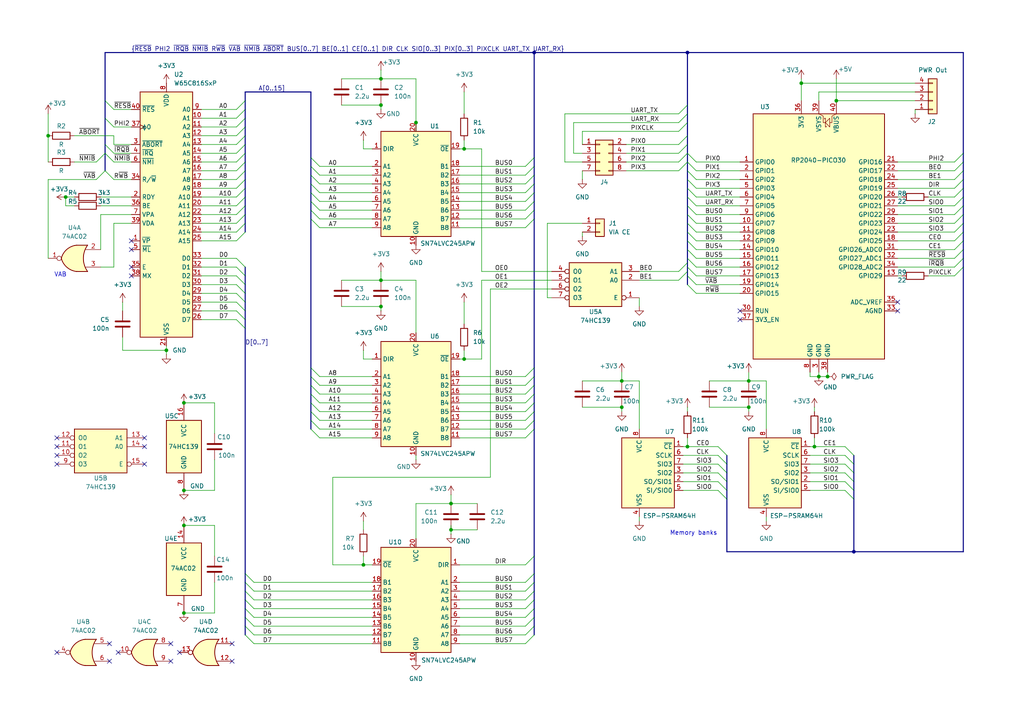
<source format=kicad_sch>
(kicad_sch (version 20231120) (generator "eeschema") (generator_version "8.0")
  (paper "A4")
  (title_block (title "X65 proto board A") (date "2024-03-24") (rev "A") (company "Xiaoka"))
  (junction (at 53.34 177.8))
  (junction (at 247.65 160.02))
  (junction (at 19.05 57.15))
  (junction (at 130.81 146.05))
  (junction (at 110.49 81.28))
  (junction (at 242.57 29.21))
  (junction (at 236.22 129.54))
  (junction (at 105.41 163.83))
  (junction (at 199.39 129.54))
  (junction (at 199.39 15.24))
  (junction (at 53.34 152.4))
  (junction (at 110.49 30.48))
  (junction (at 180.34 110.49))
  (junction (at 180.34 118.11))
  (junction (at 13.97 39.37))
  (junction (at 120.65 35.56))
  (junction (at 134.62 43.18))
  (junction (at 130.81 153.67))
  (junction (at 134.62 104.14))
  (junction (at 237.49 109.22))
  (junction (at 110.49 22.86))
  (junction (at 240.03 109.22))
  (junction (at 110.49 88.9))
  (junction (at 48.26 101.6))
  (junction (at 154.94 15.24))
  (junction (at 232.41 24.13))
  (junction (at 53.34 142.24))
  (junction (at 217.17 118.11))
  (junction (at 53.34 116.84))
  (junction (at 217.17 110.49))
  (no_connect (at 31.75 191.77))
  (no_connect (at 16.51 134.62))
  (no_connect (at 16.51 129.54))
  (no_connect (at 214.63 90.17))
  (no_connect (at 16.51 132.08))
  (no_connect (at 16.51 189.23))
  (no_connect (at 38.1 77.47))
  (no_connect (at 260.35 87.63))
  (no_connect (at 38.1 72.39))
  (no_connect (at 41.91 129.54))
  (no_connect (at 49.53 191.77))
  (no_connect (at 41.91 127))
  (no_connect (at 67.31 191.77))
  (no_connect (at 41.91 134.62))
  (no_connect (at 52.07 189.23))
  (no_connect (at 34.29 189.23))
  (no_connect (at 31.75 186.69))
  (no_connect (at 260.35 90.17))
  (no_connect (at 16.51 127))
  (no_connect (at 49.53 186.69))
  (no_connect (at 214.63 92.71))
  (no_connect (at 38.1 69.85))
  (no_connect (at 67.31 186.69))
  (no_connect (at 38.1 80.01))
  (bus_entry (at 90.17 124.46) (size 2.54 2.54))
  (bus_entry (at 199.39 54.61) (size 2.54 2.54))
  (bus_entry (at 68.58 64.77) (size 2.54 -2.54))
  (bus_entry (at 152.4 53.34) (size 2.54 -2.54))
  (bus_entry (at 90.17 45.72) (size 2.54 2.54))
  (bus_entry (at 90.17 55.88) (size 2.54 2.54))
  (bus_entry (at 90.17 109.22) (size 2.54 2.54))
  (bus_entry (at 199.39 72.39) (size 2.54 2.54))
  (bus_entry (at 152.4 176.53) (size 2.54 -2.54))
  (bus_entry (at 152.4 127) (size 2.54 -2.54))
  (bus_entry (at 30.48 34.29) (size 2.54 2.54))
  (bus_entry (at 245.11 139.7) (size 2.54 2.54))
  (bus_entry (at 30.48 49.53) (size 2.54 2.54))
  (bus_entry (at 245.11 134.62) (size 2.54 2.54))
  (bus_entry (at 90.17 114.3) (size 2.54 2.54))
  (bus_entry (at 199.39 62.23) (size 2.54 2.54))
  (bus_entry (at 68.58 49.53) (size 2.54 -2.54))
  (bus_entry (at 90.17 116.84) (size 2.54 2.54))
  (bus_entry (at 245.11 142.24) (size 2.54 2.54))
  (bus_entry (at 71.12 181.61) (size 2.54 2.54))
  (bus_entry (at 152.4 184.15) (size 2.54 -2.54))
  (bus_entry (at 152.4 60.96) (size 2.54 -2.54))
  (bus_entry (at 68.58 90.17) (size 2.54 2.54))
  (bus_entry (at 245.11 129.54) (size 2.54 2.54))
  (bus_entry (at 90.17 60.96) (size 2.54 2.54))
  (bus_entry (at 276.86 77.47) (size 2.54 -2.54))
  (bus_entry (at 152.4 181.61) (size 2.54 -2.54))
  (bus_entry (at 90.17 58.42) (size 2.54 2.54))
  (bus_entry (at 68.58 31.75) (size 2.54 -2.54))
  (bus_entry (at 90.17 50.8) (size 2.54 2.54))
  (bus_entry (at 68.58 92.71) (size 2.54 2.54))
  (bus_entry (at 68.58 36.83) (size 2.54 -2.54))
  (bus_entry (at 152.4 111.76) (size 2.54 -2.54))
  (bus_entry (at 196.85 46.99) (size 2.54 -2.54))
  (bus_entry (at 68.58 52.07) (size 2.54 -2.54))
  (bus_entry (at 276.86 80.01) (size 2.54 -2.54))
  (bus_entry (at 27.94 52.07) (size 2.54 -2.54))
  (bus_entry (at 199.39 74.93) (size 2.54 2.54))
  (bus_entry (at 199.39 64.77) (size 2.54 2.54))
  (bus_entry (at 152.4 66.04) (size 2.54 -2.54))
  (bus_entry (at 199.39 46.99) (size 2.54 2.54))
  (bus_entry (at 71.12 184.15) (size 2.54 2.54))
  (bus_entry (at 68.58 54.61) (size 2.54 -2.54))
  (bus_entry (at 196.85 78.74) (size 2.54 -2.54))
  (bus_entry (at 276.86 74.93) (size 2.54 -2.54))
  (bus_entry (at 68.58 57.15) (size 2.54 -2.54))
  (bus_entry (at 196.85 35.56) (size 2.54 -2.54))
  (bus_entry (at 196.85 49.53) (size 2.54 -2.54))
  (bus_entry (at 152.4 186.69) (size 2.54 -2.54))
  (bus_entry (at 199.39 52.07) (size 2.54 2.54))
  (bus_entry (at 152.4 168.91) (size 2.54 -2.54))
  (bus_entry (at 90.17 106.68) (size 2.54 2.54))
  (bus_entry (at 90.17 53.34) (size 2.54 2.54))
  (bus_entry (at 90.17 111.76) (size 2.54 2.54))
  (bus_entry (at 208.28 129.54) (size 2.54 2.54))
  (bus_entry (at 68.58 69.85) (size 2.54 -2.54))
  (bus_entry (at 199.39 69.85) (size 2.54 2.54))
  (bus_entry (at 27.94 46.99) (size 2.54 -2.54))
  (bus_entry (at 276.86 67.31) (size 2.54 -2.54))
  (bus_entry (at 152.4 109.22) (size 2.54 -2.54))
  (bus_entry (at 71.12 171.45) (size 2.54 2.54))
  (bus_entry (at 245.11 132.08) (size 2.54 2.54))
  (bus_entry (at 152.4 55.88) (size 2.54 -2.54))
  (bus_entry (at 68.58 80.01) (size 2.54 2.54))
  (bus_entry (at 208.28 139.7) (size 2.54 2.54))
  (bus_entry (at 152.4 48.26) (size 2.54 -2.54))
  (bus_entry (at 199.39 77.47) (size 2.54 2.54))
  (bus_entry (at 71.12 166.37) (size 2.54 2.54))
  (bus_entry (at 196.85 38.1) (size 2.54 -2.54))
  (bus_entry (at 68.58 74.93) (size 2.54 2.54))
  (bus_entry (at 279.4 46.99) (size -2.54 2.54))
  (bus_entry (at 199.39 49.53) (size 2.54 2.54))
  (bus_entry (at 208.28 132.08) (size 2.54 2.54))
  (bus_entry (at 279.4 49.53) (size -2.54 2.54))
  (bus_entry (at 152.4 63.5) (size 2.54 -2.54))
  (bus_entry (at 152.4 171.45) (size 2.54 -2.54))
  (bus_entry (at 68.58 39.37) (size 2.54 -2.54))
  (bus_entry (at 199.39 82.55) (size 2.54 2.54))
  (bus_entry (at 71.12 173.99) (size 2.54 2.54))
  (bus_entry (at 196.85 44.45) (size 2.54 -2.54))
  (bus_entry (at 199.39 80.01) (size 2.54 2.54))
  (bus_entry (at 208.28 142.24) (size 2.54 2.54))
  (bus_entry (at 68.58 87.63) (size 2.54 2.54))
  (bus_entry (at 196.85 41.91) (size 2.54 -2.54))
  (bus_entry (at 152.4 50.8) (size 2.54 -2.54))
  (bus_entry (at 152.4 163.83) (size 2.54 -2.54))
  (bus_entry (at 152.4 116.84) (size 2.54 -2.54))
  (bus_entry (at 279.4 57.15) (size -2.54 2.54))
  (bus_entry (at 68.58 34.29) (size 2.54 -2.54))
  (bus_entry (at 279.4 59.69) (size -2.54 2.54))
  (bus_entry (at 199.39 57.15) (size 2.54 2.54))
  (bus_entry (at 71.12 179.07) (size 2.54 2.54))
  (bus_entry (at 30.48 29.21) (size 2.54 2.54))
  (bus_entry (at 152.4 119.38) (size 2.54 -2.54))
  (bus_entry (at 279.4 44.45) (size -2.54 2.54))
  (bus_entry (at 68.58 59.69) (size 2.54 -2.54))
  (bus_entry (at 68.58 82.55) (size 2.54 2.54))
  (bus_entry (at 196.85 81.28) (size 2.54 -2.54))
  (bus_entry (at 68.58 46.99) (size 2.54 -2.54))
  (bus_entry (at 68.58 41.91) (size 2.54 -2.54))
  (bus_entry (at 199.39 44.45) (size 2.54 2.54))
  (bus_entry (at 279.4 52.07) (size -2.54 2.54))
  (bus_entry (at 90.17 119.38) (size 2.54 2.54))
  (bus_entry (at 279.4 54.61) (size -2.54 2.54))
  (bus_entry (at 68.58 67.31) (size 2.54 -2.54))
  (bus_entry (at 199.39 59.69) (size 2.54 2.54))
  (bus_entry (at 152.4 114.3) (size 2.54 -2.54))
  (bus_entry (at 30.48 41.91) (size 2.54 2.54))
  (bus_entry (at 90.17 63.5) (size 2.54 2.54))
  (bus_entry (at 276.86 64.77) (size 2.54 -2.54))
  (bus_entry (at 68.58 44.45) (size 2.54 -2.54))
  (bus_entry (at 152.4 173.99) (size 2.54 -2.54))
  (bus_entry (at 152.4 124.46) (size 2.54 -2.54))
  (bus_entry (at 276.86 69.85) (size 2.54 -2.54))
  (bus_entry (at 208.28 134.62) (size 2.54 2.54))
  (bus_entry (at 68.58 77.47) (size 2.54 2.54))
  (bus_entry (at 245.11 137.16) (size 2.54 2.54))
  (bus_entry (at 68.58 85.09) (size 2.54 2.54))
  (bus_entry (at 90.17 48.26) (size 2.54 2.54))
  (bus_entry (at 199.39 67.31) (size 2.54 2.54))
  (bus_entry (at 152.4 121.92) (size 2.54 -2.54))
  (bus_entry (at 152.4 179.07) (size 2.54 -2.54))
  (bus_entry (at 71.12 176.53) (size 2.54 2.54))
  (bus_entry (at 276.86 72.39) (size 2.54 -2.54))
  (bus_entry (at 30.48 44.45) (size 2.54 2.54))
  (bus_entry (at 90.17 121.92) (size 2.54 2.54))
  (bus_entry (at 71.12 168.91) (size 2.54 2.54))
  (bus_entry (at 68.58 62.23) (size 2.54 -2.54))
  (bus_entry (at 152.4 58.42) (size 2.54 -2.54))
  (bus_entry (at 208.28 137.16) (size 2.54 2.54))
  (bus_entry (at 196.85 33.02) (size 2.54 -2.54))
  (wire (pts (xy 201.93 62.23) (xy 214.63 62.23)))
  (wire (pts (xy 99.06 22.86) (xy 110.49 22.86)))
  (wire (pts (xy 92.71 63.5) (xy 107.95 63.5)))
  (wire (pts (xy 269.24 80.01) (xy 276.86 80.01)))
  (bus (pts (xy 90.17 106.68) (xy 90.17 63.5)))
  (bus (pts (xy 71.12 36.83) (xy 71.12 39.37)))
  (bus (pts (xy 71.12 52.07) (xy 71.12 54.61)))
  (wire (pts (xy 240.03 109.22) (xy 240.03 107.95)))
  (wire (pts (xy 62.23 133.35) (xy 62.23 142.24)))
  (wire (pts (xy 58.42 87.63) (xy 68.58 87.63)))
  (wire (pts (xy 110.49 30.48) (xy 110.49 31.75)))
  (wire (pts (xy 134.62 104.14) (xy 139.7 104.14)))
  (wire (pts (xy 201.93 77.47) (xy 214.63 77.47)))
  (wire (pts (xy 92.71 124.46) (xy 107.95 124.46)))
  (bus (pts (xy 90.17 53.34) (xy 90.17 50.8)))
  (wire (pts (xy 92.71 48.26) (xy 107.95 48.26)))
  (wire (pts (xy 33.02 77.47) (xy 29.21 77.47)))
  (bus (pts (xy 154.94 53.34) (xy 154.94 50.8)))
  (wire (pts (xy 199.39 129.54) (xy 208.28 129.54)))
  (wire (pts (xy 217.17 107.95) (xy 217.17 110.49)))
  (wire (pts (xy 38.1 64.77) (xy 33.02 64.77)))
  (wire (pts (xy 236.22 118.11) (xy 236.22 119.38)))
  (bus (pts (xy 279.4 62.23) (xy 279.4 64.77)))
  (wire (pts (xy 166.37 35.56) (xy 196.85 35.56)))
  (wire (pts (xy 201.93 72.39) (xy 214.63 72.39)))
  (bus (pts (xy 210.82 142.24) (xy 210.82 144.78)))
  (wire (pts (xy 92.71 127) (xy 107.95 127)))
  (bus (pts (xy 71.12 173.99) (xy 71.12 171.45)))
  (wire (pts (xy 99.06 30.48) (xy 110.49 30.48)))
  (bus (pts (xy 154.94 179.07) (xy 154.94 181.61)))
  (bus (pts (xy 71.12 31.75) (xy 71.12 34.29)))
  (wire (pts (xy 260.35 59.69) (xy 276.86 59.69)))
  (wire (pts (xy 217.17 118.11) (xy 217.17 119.38)))
  (bus (pts (xy 71.12 92.71) (xy 71.12 90.17)))
  (bus (pts (xy 154.94 124.46) (xy 154.94 121.92)))
  (bus (pts (xy 154.94 166.37) (xy 154.94 168.91)))
  (wire (pts (xy 269.24 57.15) (xy 276.86 57.15)))
  (wire (pts (xy 73.66 184.15) (xy 107.95 184.15)))
  (wire (pts (xy 29.21 62.23) (xy 38.1 62.23)))
  (wire (pts (xy 133.35 121.92) (xy 152.4 121.92)))
  (wire (pts (xy 168.91 64.77) (xy 158.75 64.77)))
  (wire (pts (xy 168.91 44.45) (xy 166.37 44.45)))
  (wire (pts (xy 180.34 118.11) (xy 180.34 119.38)))
  (wire (pts (xy 92.71 111.76) (xy 107.95 111.76)))
  (wire (pts (xy 158.75 86.36) (xy 160.02 86.36)))
  (wire (pts (xy 120.65 132.08) (xy 120.65 133.35)))
  (wire (pts (xy 35.56 97.79) (xy 35.56 101.6)))
  (wire (pts (xy 163.83 33.02) (xy 196.85 33.02)))
  (bus (pts (xy 247.65 144.78) (xy 247.65 160.02)))
  (wire (pts (xy 21.59 39.37) (xy 33.02 39.37)))
  (bus (pts (xy 154.94 15.24) (xy 154.94 45.72)))
  (wire (pts (xy 130.81 143.51) (xy 130.81 146.05)))
  (wire (pts (xy 260.35 52.07) (xy 276.86 52.07)))
  (wire (pts (xy 168.91 41.91) (xy 168.91 38.1)))
  (bus (pts (xy 90.17 124.46) (xy 90.17 121.92)))
  (wire (pts (xy 260.35 67.31) (xy 276.86 67.31)))
  (wire (pts (xy 134.62 87.63) (xy 134.62 93.98)))
  (wire (pts (xy 133.35 63.5) (xy 152.4 63.5)))
  (wire (pts (xy 48.26 101.6) (xy 48.26 102.87)))
  (wire (pts (xy 260.35 74.93) (xy 276.86 74.93)))
  (wire (pts (xy 260.35 80.01) (xy 261.62 80.01)))
  (bus (pts (xy 71.12 64.77) (xy 71.12 67.31)))
  (bus (pts (xy 199.39 15.24) (xy 279.4 15.24)))
  (wire (pts (xy 134.62 26.67) (xy 134.62 33.02)))
  (bus (pts (xy 279.4 57.15) (xy 279.4 59.69)))
  (bus (pts (xy 199.39 67.31) (xy 199.39 69.85)))
  (wire (pts (xy 53.34 177.8) (xy 62.23 177.8)))
  (bus (pts (xy 199.39 54.61) (xy 199.39 57.15)))
  (bus (pts (xy 210.82 132.08) (xy 210.82 134.62)))
  (wire (pts (xy 35.56 87.63) (xy 35.56 90.17)))
  (wire (pts (xy 133.35 181.61) (xy 152.4 181.61)))
  (bus (pts (xy 247.65 139.7) (xy 247.65 142.24)))
  (bus (pts (xy 199.39 52.07) (xy 199.39 54.61)))
  (wire (pts (xy 237.49 26.67) (xy 237.49 29.21)))
  (wire (pts (xy 105.41 161.29) (xy 105.41 163.83)))
  (wire (pts (xy 185.42 149.86) (xy 185.42 151.13)))
  (wire (pts (xy 133.35 111.76) (xy 152.4 111.76)))
  (wire (pts (xy 139.7 104.14) (xy 139.7 81.28)))
  (bus (pts (xy 71.12 90.17) (xy 71.12 87.63)))
  (wire (pts (xy 133.35 109.22) (xy 152.4 109.22)))
  (wire (pts (xy 138.43 146.05) (xy 130.81 146.05)))
  (bus (pts (xy 90.17 116.84) (xy 90.17 114.3)))
  (wire (pts (xy 29.21 62.23) (xy 29.21 72.39)))
  (bus (pts (xy 154.94 161.29) (xy 154.94 166.37)))
  (wire (pts (xy 201.93 74.93) (xy 214.63 74.93)))
  (wire (pts (xy 265.43 31.75) (xy 265.43 33.02)))
  (bus (pts (xy 90.17 50.8) (xy 90.17 48.26)))
  (bus (pts (xy 279.4 15.24) (xy 279.4 44.45)))
  (wire (pts (xy 33.02 52.07) (xy 38.1 52.07)))
  (wire (pts (xy 133.35 43.18) (xy 134.62 43.18)))
  (wire (pts (xy 234.95 142.24) (xy 245.11 142.24)))
  (wire (pts (xy 58.42 69.85) (xy 68.58 69.85)))
  (wire (pts (xy 92.71 66.04) (xy 107.95 66.04)))
  (bus (pts (xy 90.17 60.96) (xy 90.17 58.42)))
  (wire (pts (xy 99.06 81.28) (xy 110.49 81.28)))
  (bus (pts (xy 71.12 57.15) (xy 71.12 59.69)))
  (wire (pts (xy 198.12 137.16) (xy 208.28 137.16)))
  (wire (pts (xy 133.35 163.83) (xy 152.4 163.83)))
  (wire (pts (xy 201.93 54.61) (xy 214.63 54.61)))
  (bus (pts (xy 154.94 116.84) (xy 154.94 114.3)))
  (bus (pts (xy 199.39 74.93) (xy 199.39 76.2)))
  (wire (pts (xy 236.22 127) (xy 236.22 129.54)))
  (wire (pts (xy 139.7 81.28) (xy 160.02 81.28)))
  (wire (pts (xy 139.7 43.18) (xy 134.62 43.18)))
  (wire (pts (xy 198.12 129.54) (xy 199.39 129.54)))
  (wire (pts (xy 185.42 86.36) (xy 185.42 88.9)))
  (wire (pts (xy 133.35 104.14) (xy 134.62 104.14)))
  (wire (pts (xy 201.93 67.31) (xy 214.63 67.31)))
  (bus (pts (xy 71.12 54.61) (xy 71.12 57.15)))
  (wire (pts (xy 99.06 88.9) (xy 110.49 88.9)))
  (bus (pts (xy 154.94 48.26) (xy 154.94 45.72)))
  (wire (pts (xy 134.62 40.64) (xy 134.62 43.18)))
  (wire (pts (xy 181.61 41.91) (xy 196.85 41.91)))
  (bus (pts (xy 247.65 134.62) (xy 247.65 137.16)))
  (bus (pts (xy 154.94 114.3) (xy 154.94 111.76)))
  (bus (pts (xy 154.94 121.92) (xy 154.94 119.38)))
  (bus (pts (xy 279.4 69.85) (xy 279.4 72.39)))
  (bus (pts (xy 71.12 34.29) (xy 71.12 36.83)))
  (wire (pts (xy 133.35 168.91) (xy 152.4 168.91)))
  (wire (pts (xy 58.42 64.77) (xy 68.58 64.77)))
  (wire (pts (xy 33.02 44.45) (xy 38.1 44.45)))
  (wire (pts (xy 105.41 101.6) (xy 105.41 104.14)))
  (bus (pts (xy 71.12 95.25) (xy 71.12 166.37)))
  (bus (pts (xy 199.39 77.47) (xy 199.39 78.74)))
  (wire (pts (xy 133.35 53.34) (xy 152.4 53.34)))
  (wire (pts (xy 201.93 64.77) (xy 214.63 64.77)))
  (bus (pts (xy 279.4 64.77) (xy 279.4 67.31)))
  (bus (pts (xy 199.39 15.24) (xy 199.39 30.48)))
  (bus (pts (xy 199.39 46.99) (xy 199.39 49.53)))
  (bus (pts (xy 71.12 26.67) (xy 71.12 29.21)))
  (bus (pts (xy 199.39 49.53) (xy 199.39 52.07)))
  (wire (pts (xy 133.35 114.3) (xy 152.4 114.3)))
  (bus (pts (xy 154.94 171.45) (xy 154.94 173.99)))
  (wire (pts (xy 29.21 59.69) (xy 38.1 59.69)))
  (wire (pts (xy 92.71 121.92) (xy 107.95 121.92)))
  (wire (pts (xy 260.35 57.15) (xy 261.62 57.15)))
  (wire (pts (xy 73.66 176.53) (xy 107.95 176.53)))
  (wire (pts (xy 168.91 118.11) (xy 180.34 118.11)))
  (bus (pts (xy 71.12 95.25) (xy 71.12 92.71)))
  (bus (pts (xy 154.94 181.61) (xy 154.94 184.15)))
  (wire (pts (xy 201.93 85.09) (xy 214.63 85.09)))
  (wire (pts (xy 120.65 35.56) (xy 120.65 22.86)))
  (wire (pts (xy 139.7 78.74) (xy 139.7 43.18)))
  (bus (pts (xy 71.12 166.37) (xy 71.12 168.91)))
  (bus (pts (xy 71.12 181.61) (xy 71.12 179.07)))
  (bus (pts (xy 90.17 63.5) (xy 90.17 60.96)))
  (wire (pts (xy 73.66 168.91) (xy 107.95 168.91)))
  (wire (pts (xy 234.95 139.7) (xy 245.11 139.7)))
  (wire (pts (xy 201.93 57.15) (xy 214.63 57.15)))
  (bus (pts (xy 279.4 67.31) (xy 279.4 69.85)))
  (wire (pts (xy 58.42 67.31) (xy 68.58 67.31)))
  (bus (pts (xy 247.65 137.16) (xy 247.65 139.7)))
  (bus (pts (xy 90.17 58.42) (xy 90.17 55.88)))
  (wire (pts (xy 120.65 81.28) (xy 110.49 81.28)))
  (wire (pts (xy 53.34 142.24) (xy 62.23 142.24)))
  (wire (pts (xy 232.41 24.13) (xy 265.43 24.13)))
  (wire (pts (xy 260.35 62.23) (xy 276.86 62.23)))
  (wire (pts (xy 242.57 29.21) (xy 242.57 22.86)))
  (bus (pts (xy 210.82 139.7) (xy 210.82 142.24)))
  (wire (pts (xy 222.25 110.49) (xy 217.17 110.49)))
  (bus (pts (xy 199.39 57.15) (xy 199.39 59.69)))
  (wire (pts (xy 237.49 109.22) (xy 237.49 107.95)))
  (wire (pts (xy 58.42 77.47) (xy 68.58 77.47)))
  (bus (pts (xy 199.39 44.45) (xy 199.39 46.99)))
  (bus (pts (xy 279.4 72.39) (xy 279.4 74.93)))
  (wire (pts (xy 62.23 152.4) (xy 53.34 152.4)))
  (wire (pts (xy 58.42 52.07) (xy 68.58 52.07)))
  (wire (pts (xy 133.35 58.42) (xy 152.4 58.42)))
  (wire (pts (xy 265.43 26.67) (xy 237.49 26.67)))
  (bus (pts (xy 71.12 49.53) (xy 71.12 52.07)))
  (wire (pts (xy 19.05 57.15) (xy 21.59 57.15)))
  (wire (pts (xy 120.65 22.86) (xy 110.49 22.86)))
  (wire (pts (xy 58.42 92.71) (xy 68.58 92.71)))
  (bus (pts (xy 71.12 62.23) (xy 71.12 64.77)))
  (bus (pts (xy 71.12 87.63) (xy 71.12 85.09)))
  (bus (pts (xy 154.94 58.42) (xy 154.94 55.88)))
  (wire (pts (xy 181.61 46.99) (xy 196.85 46.99)))
  (wire (pts (xy 185.42 78.74) (xy 196.85 78.74)))
  (wire (pts (xy 185.42 110.49) (xy 180.34 110.49)))
  (wire (pts (xy 234.95 137.16) (xy 245.11 137.16)))
  (wire (pts (xy 181.61 49.53) (xy 196.85 49.53)))
  (wire (pts (xy 13.97 33.02) (xy 13.97 39.37)))
  (wire (pts (xy 58.42 49.53) (xy 68.58 49.53)))
  (bus (pts (xy 154.94 60.96) (xy 154.94 58.42)))
  (wire (pts (xy 58.42 36.83) (xy 68.58 36.83)))
  (wire (pts (xy 180.34 107.95) (xy 180.34 110.49)))
  (bus (pts (xy 71.12 85.09) (xy 71.12 82.55)))
  (wire (pts (xy 21.59 46.99) (xy 27.94 46.99)))
  (bus (pts (xy 154.94 55.88) (xy 154.94 53.34)))
  (wire (pts (xy 92.71 60.96) (xy 107.95 60.96)))
  (wire (pts (xy 92.71 53.34) (xy 107.95 53.34)))
  (wire (pts (xy 62.23 125.73) (xy 62.23 116.84)))
  (wire (pts (xy 58.42 80.01) (xy 68.58 80.01)))
  (wire (pts (xy 48.26 100.33) (xy 48.26 101.6)))
  (bus (pts (xy 247.65 160.02) (xy 210.82 160.02)))
  (bus (pts (xy 247.65 142.24) (xy 247.65 144.78)))
  (wire (pts (xy 133.35 116.84) (xy 152.4 116.84)))
  (wire (pts (xy 73.66 171.45) (xy 107.95 171.45)))
  (wire (pts (xy 33.02 64.77) (xy 33.02 77.47)))
  (bus (pts (xy 279.4 44.45) (xy 279.4 46.99)))
  (bus (pts (xy 279.4 46.99) (xy 279.4 49.53)))
  (wire (pts (xy 92.71 50.8) (xy 107.95 50.8)))
  (wire (pts (xy 201.93 69.85) (xy 214.63 69.85)))
  (bus (pts (xy 210.82 134.62) (xy 210.82 137.16)))
  (wire (pts (xy 133.35 50.8) (xy 152.4 50.8)))
  (bus (pts (xy 199.39 78.74) (xy 199.39 80.01)))
  (bus (pts (xy 279.4 77.47) (xy 279.4 160.02)))
  (wire (pts (xy 260.35 77.47) (xy 276.86 77.47)))
  (wire (pts (xy 58.42 31.75) (xy 68.58 31.75)))
  (wire (pts (xy 120.65 146.05) (xy 120.65 156.21)))
  (bus (pts (xy 90.17 114.3) (xy 90.17 111.76)))
  (wire (pts (xy 133.35 173.99) (xy 152.4 173.99)))
  (wire (pts (xy 185.42 110.49) (xy 185.42 124.46)))
  (wire (pts (xy 58.42 41.91) (xy 68.58 41.91)))
  (bus (pts (xy 210.82 144.78) (xy 210.82 160.02)))
  (bus (pts (xy 71.12 80.01) (xy 71.12 77.47)))
  (wire (pts (xy 232.41 24.13) (xy 232.41 29.21)))
  (wire (pts (xy 181.61 44.45) (xy 196.85 44.45)))
  (wire (pts (xy 260.35 69.85) (xy 276.86 69.85)))
  (wire (pts (xy 58.42 59.69) (xy 68.58 59.69)))
  (wire (pts (xy 142.24 138.43) (xy 142.24 83.82)))
  (wire (pts (xy 62.23 116.84) (xy 53.34 116.84)))
  (wire (pts (xy 201.93 46.99) (xy 214.63 46.99)))
  (wire (pts (xy 201.93 59.69) (xy 214.63 59.69)))
  (wire (pts (xy 130.81 152.4) (xy 130.81 153.67)))
  (bus (pts (xy 90.17 26.67) (xy 71.12 26.67)))
  (bus (pts (xy 90.17 109.22) (xy 90.17 106.68)))
  (wire (pts (xy 120.65 38.1) (xy 120.65 35.56)))
  (bus (pts (xy 30.48 15.24) (xy 30.48 29.21)))
  (bus (pts (xy 154.94 176.53) (xy 154.94 179.07)))
  (bus (pts (xy 199.39 76.2) (xy 199.39 77.47)))
  (wire (pts (xy 168.91 46.99) (xy 163.83 46.99)))
  (bus (pts (xy 90.17 45.72) (xy 90.17 26.67)))
  (wire (pts (xy 58.42 90.17) (xy 68.58 90.17)))
  (wire (pts (xy 19.05 59.69) (xy 19.05 57.15)))
  (bus (pts (xy 154.94 15.24) (xy 199.39 15.24)))
  (bus (pts (xy 247.65 132.08) (xy 247.65 134.62)))
  (wire (pts (xy 236.22 129.54) (xy 245.11 129.54)))
  (wire (pts (xy 58.42 44.45) (xy 68.58 44.45)))
  (wire (pts (xy 205.74 118.11) (xy 217.17 118.11)))
  (bus (pts (xy 30.48 41.91) (xy 30.48 44.45)))
  (bus (pts (xy 90.17 121.92) (xy 90.17 119.38)))
  (wire (pts (xy 201.93 82.55) (xy 214.63 82.55)))
  (wire (pts (xy 234.95 132.08) (xy 245.11 132.08)))
  (wire (pts (xy 110.49 78.74) (xy 110.49 81.28)))
  (wire (pts (xy 168.91 49.53) (xy 168.91 52.07)))
  (bus (pts (xy 279.4 49.53) (xy 279.4 52.07)))
  (wire (pts (xy 110.49 20.32) (xy 110.49 22.86)))
  (wire (pts (xy 62.23 161.29) (xy 62.23 152.4)))
  (wire (pts (xy 105.41 151.13) (xy 105.41 153.67)))
  (wire (pts (xy 199.39 127) (xy 199.39 129.54)))
  (wire (pts (xy 62.23 168.91) (xy 62.23 177.8)))
  (wire (pts (xy 21.59 59.69) (xy 19.05 59.69)))
  (wire (pts (xy 92.71 114.3) (xy 107.95 114.3)))
  (wire (pts (xy 168.91 67.31) (xy 168.91 68.58)))
  (bus (pts (xy 71.12 29.21) (xy 71.12 31.75)))
  (wire (pts (xy 73.66 186.69) (xy 107.95 186.69)))
  (wire (pts (xy 242.57 29.21) (xy 265.43 29.21)))
  (bus (pts (xy 71.12 179.07) (xy 71.12 176.53)))
  (bus (pts (xy 154.94 15.24) (xy 30.48 15.24)))
  (wire (pts (xy 163.83 46.99) (xy 163.83 33.02)))
  (wire (pts (xy 133.35 186.69) (xy 152.4 186.69)))
  (wire (pts (xy 198.12 139.7) (xy 208.28 139.7)))
  (wire (pts (xy 33.02 41.91) (xy 33.02 39.37)))
  (bus (pts (xy 90.17 48.26) (xy 90.17 45.72)))
  (wire (pts (xy 168.91 38.1) (xy 196.85 38.1)))
  (bus (pts (xy 71.12 171.45) (xy 71.12 168.91)))
  (bus (pts (xy 199.39 59.69) (xy 199.39 62.23)))
  (bus (pts (xy 154.94 111.76) (xy 154.94 109.22)))
  (bus (pts (xy 154.94 63.5) (xy 154.94 60.96)))
  (wire (pts (xy 199.39 118.11) (xy 199.39 119.38)))
  (wire (pts (xy 133.35 127) (xy 152.4 127)))
  (bus (pts (xy 71.12 41.91) (xy 71.12 44.45)))
  (wire (pts (xy 73.66 179.07) (xy 107.95 179.07)))
  (wire (pts (xy 58.42 46.99) (xy 68.58 46.99)))
  (bus (pts (xy 30.48 29.21) (xy 30.48 34.29)))
  (wire (pts (xy 133.35 48.26) (xy 152.4 48.26)))
  (wire (pts (xy 92.71 55.88) (xy 107.95 55.88)))
  (wire (pts (xy 260.35 72.39) (xy 276.86 72.39)))
  (wire (pts (xy 222.25 110.49) (xy 222.25 124.46)))
  (wire (pts (xy 134.62 101.6) (xy 134.62 104.14)))
  (wire (pts (xy 260.35 54.61) (xy 276.86 54.61)))
  (wire (pts (xy 138.43 153.67) (xy 130.81 153.67)))
  (wire (pts (xy 96.52 138.43) (xy 142.24 138.43)))
  (wire (pts (xy 120.65 96.52) (xy 120.65 81.28)))
  (bus (pts (xy 30.48 44.45) (xy 30.48 49.53)))
  (wire (pts (xy 92.71 58.42) (xy 107.95 58.42)))
  (wire (pts (xy 168.91 110.49) (xy 180.34 110.49)))
  (bus (pts (xy 199.39 62.23) (xy 199.39 64.77)))
  (wire (pts (xy 260.35 49.53) (xy 276.86 49.53)))
  (wire (pts (xy 234.95 134.62) (xy 245.11 134.62)))
  (wire (pts (xy 133.35 171.45) (xy 152.4 171.45)))
  (wire (pts (xy 133.35 119.38) (xy 152.4 119.38)))
  (wire (pts (xy 35.56 101.6) (xy 48.26 101.6)))
  (wire (pts (xy 185.42 81.28) (xy 196.85 81.28)))
  (wire (pts (xy 166.37 44.45) (xy 166.37 35.56)))
  (wire (pts (xy 58.42 74.93) (xy 68.58 74.93)))
  (bus (pts (xy 154.94 109.22) (xy 154.94 106.68)))
  (bus (pts (xy 247.65 160.02) (xy 279.4 160.02)))
  (wire (pts (xy 133.35 55.88) (xy 152.4 55.88)))
  (wire (pts (xy 58.42 57.15) (xy 68.58 57.15)))
  (wire (pts (xy 133.35 60.96) (xy 152.4 60.96)))
  (wire (pts (xy 58.42 39.37) (xy 68.58 39.37)))
  (bus (pts (xy 199.39 80.01) (xy 199.39 82.55)))
  (wire (pts (xy 33.02 31.75) (xy 38.1 31.75)))
  (wire (pts (xy 222.25 149.86) (xy 222.25 151.13)))
  (wire (pts (xy 33.02 36.83) (xy 38.1 36.83)))
  (wire (pts (xy 133.35 184.15) (xy 152.4 184.15)))
  (bus (pts (xy 199.39 30.48) (xy 199.39 33.02)))
  (wire (pts (xy 234.95 109.22) (xy 237.49 109.22)))
  (bus (pts (xy 199.39 72.39) (xy 199.39 74.93)))
  (wire (pts (xy 139.7 78.74) (xy 160.02 78.74)))
  (wire (pts (xy 234.95 109.22) (xy 234.95 107.95)))
  (wire (pts (xy 158.75 64.77) (xy 158.75 86.36)))
  (wire (pts (xy 58.42 34.29) (xy 68.58 34.29)))
  (bus (pts (xy 199.39 64.77) (xy 199.39 67.31)))
  (wire (pts (xy 110.49 88.9) (xy 110.49 90.17)))
  (wire (pts (xy 38.1 41.91) (xy 33.02 41.91)))
  (wire (pts (xy 237.49 109.22) (xy 240.03 109.22)))
  (wire (pts (xy 13.97 39.37) (xy 13.97 46.99)))
  (wire (pts (xy 13.97 74.93) (xy 13.97 52.07)))
  (bus (pts (xy 199.39 35.56) (xy 199.39 39.37)))
  (wire (pts (xy 105.41 163.83) (xy 107.95 163.83)))
  (wire (pts (xy 198.12 142.24) (xy 208.28 142.24)))
  (wire (pts (xy 232.41 22.86) (xy 232.41 24.13)))
  (wire (pts (xy 58.42 85.09) (xy 68.58 85.09)))
  (wire (pts (xy 120.65 146.05) (xy 130.81 146.05)))
  (wire (pts (xy 58.42 54.61) (xy 68.58 54.61)))
  (bus (pts (xy 30.48 34.29) (xy 30.48 41.91)))
  (wire (pts (xy 133.35 176.53) (xy 152.4 176.53)))
  (wire (pts (xy 96.52 138.43) (xy 96.52 163.83)))
  (bus (pts (xy 90.17 55.88) (xy 90.17 53.34)))
  (wire (pts (xy 201.93 52.07) (xy 214.63 52.07)))
  (bus (pts (xy 71.12 59.69) (xy 71.12 62.23)))
  (wire (pts (xy 142.24 83.82) (xy 160.02 83.82)))
  (bus (pts (xy 90.17 119.38) (xy 90.17 116.84)))
  (wire (pts (xy 198.12 132.08) (xy 208.28 132.08)))
  (bus (pts (xy 279.4 59.69) (xy 279.4 62.23)))
  (wire (pts (xy 105.41 40.64) (xy 105.41 43.18)))
  (wire (pts (xy 73.66 181.61) (xy 107.95 181.61)))
  (bus (pts (xy 154.94 173.99) (xy 154.94 176.53)))
  (bus (pts (xy 199.39 39.37) (xy 199.39 41.91)))
  (wire (pts (xy 92.71 109.22) (xy 107.95 109.22)))
  (bus (pts (xy 199.39 33.02) (xy 199.39 35.56)))
  (wire (pts (xy 13.97 52.07) (xy 27.94 52.07)))
  (wire (pts (xy 73.66 173.99) (xy 107.95 173.99)))
  (wire (pts (xy 133.35 124.46) (xy 152.4 124.46)))
  (bus (pts (xy 71.12 44.45) (xy 71.12 46.99)))
  (bus (pts (xy 154.94 168.91) (xy 154.94 171.45)))
  (bus (pts (xy 279.4 54.61) (xy 279.4 57.15)))
  (bus (pts (xy 199.39 69.85) (xy 199.39 72.39)))
  (wire (pts (xy 29.21 57.15) (xy 38.1 57.15)))
  (wire (pts (xy 92.71 119.38) (xy 107.95 119.38)))
  (bus (pts (xy 90.17 111.76) (xy 90.17 109.22)))
  (bus (pts (xy 71.12 39.37) (xy 71.12 41.91)))
  (wire (pts (xy 205.74 110.49) (xy 217.17 110.49)))
  (bus (pts (xy 279.4 74.93) (xy 279.4 77.47)))
  (bus (pts (xy 210.82 137.16) (xy 210.82 139.7)))
  (bus (pts (xy 71.12 82.55) (xy 71.12 80.01)))
  (wire (pts (xy 133.35 66.04) (xy 152.4 66.04)))
  (wire (pts (xy 198.12 134.62) (xy 208.28 134.62)))
  (bus (pts (xy 279.4 52.07) (xy 279.4 54.61)))
  (wire (pts (xy 33.02 46.99) (xy 38.1 46.99)))
  (bus (pts (xy 154.94 119.38) (xy 154.94 116.84)))
  (bus (pts (xy 154.94 50.8) (xy 154.94 48.26)))
  (wire (pts (xy 234.95 129.54) (xy 236.22 129.54)))
  (wire (pts (xy 96.52 163.83) (xy 105.41 163.83)))
  (bus (pts (xy 71.12 176.53) (xy 71.12 173.99)))
  (wire (pts (xy 201.93 80.01) (xy 214.63 80.01)))
  (wire (pts (xy 105.41 43.18) (xy 107.95 43.18)))
  (wire (pts (xy 92.71 116.84) (xy 107.95 116.84)))
  (wire (pts (xy 58.42 82.55) (xy 68.58 82.55)))
  (wire (pts (xy 58.42 62.23) (xy 68.58 62.23)))
  (wire (pts (xy 201.93 49.53) (xy 214.63 49.53)))
  (bus (pts (xy 199.39 41.91) (xy 199.39 44.45)))
  (wire (pts (xy 260.35 64.77) (xy 276.86 64.77)))
  (bus (pts (xy 71.12 46.99) (xy 71.12 49.53)))
  (wire (pts (xy 260.35 46.99) (xy 276.86 46.99)))
  (wire (pts (xy 105.41 104.14) (xy 107.95 104.14)))
  (bus (pts (xy 71.12 184.15) (xy 71.12 181.61)))
  (wire (pts (xy 130.81 153.67) (xy 130.81 154.94)))
  (bus (pts (xy 154.94 161.29) (xy 154.94 124.46)))
  (bus (pts (xy 154.94 106.68) (xy 154.94 63.5)))
  (wire (pts (xy 133.35 179.07) (xy 152.4 179.07)))
  (polyline (pts (xy 259.3526 174.3103) (xy 259.3668 174.3112) (xy 259.3811 174.3124) (xy 262.1385 174.3111) (xy 264.8955 174.3174) (xy 264.9181 174.3328) (xy 264.9379 174.35) (xy 264.955 174.3687) (xy 264.9696 174.3891) (xy 264.9818 174.4108) (xy 264.9917 174.434) (xy 264.9994 174.4584) (xy 265.0051 174.484) (xy 265.0087 174.5106) (xy 265.0106 174.5382) (xy 265.0108 174.5667) (xy 265.0093 174.596) (xy 265.0064 174.626) (xy 265.0021 174.6566) (xy 264.9899 174.7191) (xy 264.9736 174.7828) (xy 264.9543 174.847) (xy 264.9327 174.9108) (xy 264.91 174.9735) (xy 264.8252 175.1982) (xy 264.7082 175.5165) (xy 264.5802 175.83) (xy 264.4414 176.1381) (xy 264.2916 176.4403) (xy 264.131 176.7359) (xy 263.9594 177.0245) (xy 263.777 177.3055) (xy 263.5838 177.5782) (xy 263.3797 177.8422) (xy 263.1648 178.0969) (xy 262.939 178.3417) (xy 262.7025 178.5761) (xy 262.4552 178.7994) (xy 262.1971 179.0112) (xy 261.9282 179.2108) (xy 261.6486 179.3977) (xy 261.4812 179.5005) (xy 261.3103 179.5987) (xy 261.1362 179.6921) (xy 260.959 179.7801) (xy 260.7789 179.8623) (xy 260.5962 179.9384) (xy 260.411 180.0078) (xy 260.2236 180.0702) (xy 260.0342 180.1251) (xy 259.8429 180.1721) (xy 259.65 180.2108) (xy 259.4556 180.2407) (xy 259.26 180.2614) (xy 259.0633 180.2725) (xy 258.8659 180.2736) (xy 258.6678 180.2642) (xy 258.6467 180.2469) (xy 258.6285 180.2289) (xy 258.6129 180.2101) (xy 258.5998 180.1907) (xy 258.5892 180.1706) (xy 258.581 180.15) (xy 258.5749 180.1289) (xy 258.5708 180.1072) (xy 258.5687 180.0851) (xy 258.5684 180.0626) (xy 258.5699 180.0398) (xy 258.5728 180.0166) (xy 258.5773 179.9931) (xy 258.5831 179.9694) (xy 258.5981 179.9215) (xy 258.617 179.8732) (xy 258.6387 179.8249) (xy 258.6624 179.7768) (xy 258.6869 179.7294) (xy 258.7348 179.6378) (xy 258.7562 179.5944) (xy 258.7746 179.553) (xy 258.8245 179.5305) (xy 258.8755 179.5099) (xy 258.9275 179.4911) (xy 258.9804 179.4739) (xy 259.034 179.458) (xy 259.0882 179.4432) (xy 259.1979 179.4162) (xy 259.4188 179.3665) (xy 259.528 179.3404) (xy 259.635 179.3112) (xy 259.8212 179.2529) (xy 260.0055 179.1889) (xy 260.1877 179.1195) (xy 260.3679 179.0448) (xy 260.5458 178.9648) (xy 260.7213 178.8798) (xy 260.8943 178.7897) (xy 261.0647 178.6948) (xy 261.2324 178.5952) (xy 261.3973 178.4909) (xy 261.5591 178.3821) (xy 261.7179 178.269) (xy 261.8735 178.1516) (xy 262.0257 178.03) (xy 262.1745 177.9044) (xy 262.3198 177.775) (xy 262.4096 177.6913) (xy 262.4979 177.606) (xy 262.5846 177.5191) (xy 262.6697 177.4306) (xy 262.7532 177.3405) (xy 262.8348 177.2489) (xy 262.9145 177.1556) (xy 262.9923 177.0608) (xy 263.0681 176.9643) (xy 263.1418 176.8663) (xy 263.2133 176.7667) (xy 263.2825 176.6655) (xy 263.3494 176.5628) (xy 263.4139 176.4584) (xy 263.4759 176.3525) (xy 263.5353 176.245) (xy 263.6547 176.0302) (xy 263.7133 175.9218) (xy 263.7412 175.8669) (xy 263.7676 175.8116) (xy 263.7922 175.7556) (xy 263.8147 175.6989) (xy 263.8348 175.6414) (xy 263.852 175.583) (xy 263.8661 175.5235) (xy 263.8767 175.463) (xy 263.8834 175.4012) (xy 263.886 175.3381) (xy 263.8857 175.3161) (xy 263.8822 175.2957) (xy 263.8756 175.2769) (xy 263.8661 175.2597) (xy 263.8538 175.2439) (xy 263.8389 175.2295) (xy 263.8216 175.2165) (xy 263.802 175.2048) (xy 263.7804 175.1942) (xy 263.7567 175.1849) (xy 263.7313 175.1766) (xy 263.7043 175.1693) (xy 263.6462 175.1576) (xy 263.5835 175.1491) (xy 263.5177 175.1435) (xy 263.45 175.1402) (xy 263.3818 175.1386) (xy 263.3144 175.1383) (xy 263.0789 175.1391) (xy 262.3041 175.1284) (xy 261.5135 175.1283) (xy 259.9236 175.1447) (xy 259.8959 175.1498) (xy 259.8699 175.1566) (xy 259.8456 175.1651) (xy 259.8228 175.1753) (xy 259.8016 175.1871) (xy 259.7818 175.2003) (xy 259.7634 175.2148) (xy 259.7463 175.2307) (xy 259.7303 175.2478) (xy 259.7155 175.2659) (xy 259.7017 175.2852) (xy 259.6888 175.3053) (xy 259.6768 175.3263) (xy 259.6656 175.3481) (xy 259.6552 175.3706) (xy 259.6454 175.3937) (xy 259.6273 175.4413) (xy 259.6108 175.4903) (xy 259.5801 175.5897) (xy 259.5646 175.6386) (xy 259.5482 175.6862) (xy 259.5302 175.7318) (xy 259.5204 175.7535) (xy 259.5099 175.7745) (xy 259.483 175.8296) (xy 259.4579 175.8885) (xy 259.4356 175.9502) (xy 259.4167 176.0134) (xy 259.402 176.0769) (xy 259.3923 176.1397) (xy 259.3884 176.2005) (xy 259.3889 176.2298) (xy 259.3911 176.2582) (xy 259.3951 176.2854) (xy 259.4011 176.3115) (xy 259.4091 176.3361) (xy 259.4193 176.3593) (xy 259.4317 176.3808) (xy 259.4463 176.4004) (xy 259.4635 176.4181) (xy 259.4831 176.4337) (xy 259.5053 176.447) (xy 259.5303 176.458) (xy 259.5581 176.4664) (xy 259.5888 176.472) (xy 259.6225 176.4749) (xy 259.6593 176.4747) (xy 259.6992 176.4714) (xy 259.7425 176.4648) (xy 260.1289 176.4668) (xy 260.5152 176.4663) (xy 260.9016 176.4673) (xy 261.2877 176.4736) (xy 261.3089 176.4912) (xy 261.3274 176.5104) (xy 261.3433 176.5309) (xy 261.3567 176.5527) (xy 261.3678 176.5757) (xy 261.3765 176.5998) (xy 261.3831 176.6249) (xy 261.3876 176.6509) (xy 261.3902 176.6776) (xy 261.3908 176.7051) (xy 261.3896 176.7332) (xy 261.3868 176.7617) (xy 261.3824 176.7907) (xy 261.3765 176.8199) (xy 261.3606 176.879) (xy 261.34 176.938) (xy 261.3155 176.9963) (xy 261.2878 177.053) (xy 261.2577 177.1073) (xy 261.2262 177.1585) (xy 261.1938 177.2058) (xy 261.1616 177.2483) (xy 261.1301 177.2853) (xy 261.073 177.298) (xy 261.0163 177.3083) (xy 260.9599 177.3164) (xy 260.9036 177.3227) (xy 260.8474 177.3272) (xy 260.791 177.3301) (xy 260.6771 177.3322) (xy 260.184 177.3203) (xy 259.922 177.3161) (xy 259.6594 177.3134) (xy 259.5283 177.3145) (xy 259.3975 177.3183) (xy 259.267 177.3256) (xy 259.1371 177.3369) (xy 259.101 177.3445) (xy 259.0683 177.3552) (xy 259.0386 177.369) (xy 259.0118 177.3855) (xy 258.9877 177.4046) (xy 258.9659 177.426) (xy 258.9464 177.4495) (xy 258.9289 177.475) (xy 258.9131 177.5021) (xy 258.8989 177.5307) (xy 258.8741 177.5914) (xy 258.8528 177.6552) (xy 258.8332 177.7205) (xy 258.8135 177.7855) (xy 258.7919 177.8484) (xy 258.7798 177.8785) (xy 258.7666 177.9074) (xy 258.7521 177.9349) (xy 258.7359 177.9608) (xy 258.7179 177.9849) (xy 258.698 178.0069) (xy 258.6757 178.0266) (xy 258.651 178.0438) (xy 258.6236 178.0583) (xy 258.5932 178.0698) (xy 258.5597 178.0782) (xy 258.5228 178.0832) (xy 258.4781 178.0829) (xy 258.4277 178.0846) (xy 258.3155 178.0903) (xy 258.2564 178.0925) (xy 258.1974 178.093) (xy 258.1397 178.0909) (xy 258.0849 178.0852) (xy 258.0343 178.0751) (xy 258.011 178.068) (xy 257.9893 178.0595) (xy 257.9694 178.0494) (xy 257.9515 178.0376) (xy 257.9357 178.024) (xy 257.9222 178.0085) (xy 257.9112 177.9909) (xy 257.9028 177.9712) (xy 257.8973 177.9492) (xy 257.8948 177.9248) (xy 257.8955 177.8979) (xy 257.8996 177.8684) (xy 257.9072 177.8361) (xy 257.9186 177.8009) (xy 258.4731 176.1578) (xy 259.0351 174.5174) (xy 259.0395 174.5029) (xy 259.0445 174.4889) (xy 259.0501 174.4755) (xy 259.0563 174.4626) (xy 259.063 174.4502) (xy 259.0702 174.4385) (xy 259.0779 174.4272) (xy 259.0862 174.4165) (xy 259.0949 174.4063) (xy 259.104 174.3966) (xy 259.1136 174.3875) (xy 259.1236 174.3789) (xy 259.134 174.3708) (xy 259.1448 174.3632) (xy 259.1559 174.3562) (xy 259.1674 174.3496) (xy 259.1791 174.3436) (xy 259.1912 174.3381) (xy 259.2036 174.3331) (xy 259.2162 174.3285) (xy 259.2291 174.3245) (xy 259.2421 174.321) (xy 259.2554 174.318) (xy 259.2689 174.3154) (xy 259.2825 174.3134) (xy 259.2963 174.3118) (xy 259.3102 174.3107) (xy 259.3243 174.3101) (xy 259.3384 174.31) (xy 259.3526 174.3103)) (stroke (width -0.0001) (type solid)) (fill (type outline)))
  (polyline (pts (xy 278.4715 174.3107) (xy 278.4972 174.3124) (xy 281.2557 174.3111) (xy 284.0138 174.3179) (xy 284.0345 174.3298) (xy 284.0528 174.3431) (xy 284.0689 174.3577) (xy 284.0828 174.3736) (xy 284.0947 174.3906) (xy 284.1046 174.4088) (xy 284.1126 174.428) (xy 284.1189 174.4481) (xy 284.1236 174.4691) (xy 284.1267 174.491) (xy 284.1283 174.5135) (xy 284.1285 174.5367) (xy 284.1275 174.5604) (xy 284.1254 174.5847) (xy 284.118 174.6344) (xy 284.1071 174.6851) (xy 284.0936 174.7363) (xy 284.0782 174.7874) (xy 284.0617 174.8377) (xy 284.0288 174.9336) (xy 284.0138 174.9779) (xy 284.001 175.0191) (xy 283.8988 175.3427) (xy 283.783 175.662) (xy 283.6536 175.9765) (xy 283.511 176.2855) (xy 283.3555 176.5883) (xy 283.1872 176.8844) (xy 283.0065 177.1731) (xy 282.8137 177.4538) (xy 282.6088 177.7259) (xy 282.3923 177.9886) (xy 282.1644 178.2415) (xy 281.9253 178.4839) (xy 281.6753 178.7151) (xy 281.4146 178.9345) (xy 281.1435 179.1415) (xy 280.8623 179.3355) (xy 280.6907 179.4451) (xy 280.5154 179.5499) (xy 280.3364 179.6496) (xy 280.1541 179.7436) (xy 279.9686 179.8315) (xy 279.7803 179.9129) (xy 279.5892 179.9872) (xy 279.3956 180.0541) (xy 279.1997 180.113) (xy 279.0019 180.1635) (xy 278.8022 180.2051) (xy 278.6008 180.2374) (xy 278.3981 180.2599) (xy 278.1943 180.2722) (xy 277.9895 180.2738) (xy 277.7839 180.2642) (xy 277.7631 180.2469) (xy 277.7453 180.2288) (xy 277.7306 180.2099) (xy 277.7188 180.1904) (xy 277.7097 180.1702) (xy 277.7031 180.1493) (xy 277.699 180.1279) (xy 277.6971 180.106) (xy 277.6974 180.0837) (xy 277.6997 180.0609) (xy 277.7038 180.0377) (xy 277.7096 180.0142) (xy 277.717 179.9904) (xy 277.7257 179.9663) (xy 277.7469 179.9177) (xy 277.7718 179.8687) (xy 277.7995 179.8197) (xy 277.8581 179.723) (xy 277.9134 179.6306) (xy 277.9368 179.5869) (xy 277.9559 179.5454) (xy 278.0051 179.523) (xy 278.054 179.5027) (xy 278.1028 179.4842) (xy 278.1515 179.4675) (xy 278.2002 179.4521) (xy 278.2489 179.438) (xy 278.3466 179.4124) (xy 278.5452 179.3653) (xy 278.647 179.3401) (xy 278.7511 179.3112) (xy 278.9373 179.2529) (xy 279.1216 179.1889) (xy 279.3039 179.1195) (xy 279.484 179.0448) (xy 279.6619 178.9648) (xy 279.8374 178.8798) (xy 280.0105 178.7897) (xy 280.1809 178.6948) (xy 280.3486 178.5952) (xy 280.5134 178.4909) (xy 280.6753 178.3821) (xy 280.8341 178.269) (xy 280.9896 178.1516) (xy 281.1419 178.03) (xy 281.2907 177.9044) (xy 281.4359 177.775) (xy 281.5257 177.6912) (xy 281.6139 177.6059) (xy 281.7004 177.5189) (xy 281.7853 177.4303) (xy 281.8685 177.3401) (xy 281.9499 177.2483) (xy 282.0294 177.1549) (xy 282.107 177.06) (xy 282.1827 176.9635) (xy 282.2562 176.8654) (xy 282.3277 176.7658) (xy 282.397 176.6647) (xy 282.4641 176.562) (xy 282.5289 176.4578) (xy 282.5914 176.3522) (xy 282.6514 176.245) (xy 282.7094 176.1371) (xy 282.7692 176.0293) (xy 282.8277 175.9209) (xy 282.8557 175.8661) (xy 282.8823 175.8108) (xy 282.9071 175.755) (xy 282.9298 175.6984) (xy 282.9501 175.641) (xy 282.9676 175.5827) (xy 282.9819 175.5233) (xy 282.9927 175.4629) (xy 282.9995 175.4012) (xy 283.0022 175.3381) (xy 282.9975 175.3148) (xy 282.992 175.2934) (xy 282.9854 175.2738) (xy 282.9779 175.2559) (xy 282.9693 175.2396) (xy 282.9597 175.2249) (xy 282.9489 175.2117) (xy 282.937 175.1999) (xy 282.9238 175.1894) (xy 282.9094 175.1802) (xy 282.8937 175.1722) (xy 282.8767 175.1652) (xy 282.8583 175.1593) (xy 282.8385 175.1544) (xy 282.8173 175.1503) (xy 282.7946 175.147) (xy 282.7703 175.1444) (xy 282.7445 175.1424) (xy 282.717 175.141) (xy 282.6879 175.1401) (xy 282.6246 175.1395) (xy 282.5542 175.1398) (xy 282.3908 175.1411) (xy 282.2971 175.1408) (xy 282.195 175.1391) (xy 281.4063 175.127) (xy 280.6172 175.1271) (xy 279.0397 175.1447) (xy 279.0119 175.1497) (xy 278.9857 175.1564) (xy 278.9609 175.1648) (xy 278.9377 175.1748) (xy 278.9158 175.1862) (xy 278.8952 175.1991) (xy 278.876 175.2133) (xy 278.8579 175.2287) (xy 278.841 175.2454) (xy 278.8252 175.2631) (xy 278.8104 175.2819) (xy 278.7965 175.3016) (xy 278.7836 175.3222) (xy 278.7714 175.3436) (xy 278.7601 175.3657) (xy 278.7495 175.3884) (xy 278.7301 175.4355) (xy 278.7129 175.4841) (xy 278.6973 175.5338) (xy 278.6828 175.5837) (xy 278.6551 175.6822) (xy 278.641 175.7295) (xy 278.6261 175.7745) (xy 278.5805 175.9033) (xy 278.5598 175.9658) (xy 278.5417 176.0265) (xy 278.527 176.0849) (xy 278.5168 176.1408) (xy 278.5136 176.1676) (xy 278.5119 176.1936) (xy 278.5117 176.2187) (xy 278.5132 176.2429) (xy 278.5165 176.2662) (xy 278.5217 176.2884) (xy 278.5289 176.3096) (xy 278.5383 176.3297) (xy 278.5499 176.3486) (xy 278.5638 176.3662) (xy 278.5803 176.3827) (xy 278.5993 176.3977) (xy 278.6211 176.4115) (xy 278.6456 176.4238) (xy 278.6731 176.4346) (xy 278.7037 176.4439) (xy 278.7374 176.4516) (xy 278.7744 176.4577) (xy 278.8148 176.4621) (xy 278.8587 176.4648) (xy 279.057 176.4707) (xy 279.2527 176.4732) (xy 279.6382 176.472) (xy 280.0203 176.4694) (xy 280.2116 176.4702) (xy 280.4038 176.4736) (xy 280.425 176.4912) (xy 280.4435 176.5104) (xy 280.4594 176.5309) (xy 280.4729 176.5527) (xy 280.4839 176.5757) (xy 280.4927 176.5998) (xy 280.4993 176.6249) (xy 280.5038 176.6509) (xy 280.5063 176.6776) (xy 280.5069 176.7051) (xy 280.5058 176.7332) (xy 280.5029 176.7617) (xy 280.4985 176.7907) (xy 280.4926 176.8199) (xy 280.4768 176.879) (xy 280.4562 176.938) (xy 280.4316 176.9963) (xy 280.4039 177.053) (xy 280.3739 177.1073) (xy 280.3423 177.1585) (xy 280.31 177.2058) (xy 280.2777 177.2483) (xy 280.2463 177.2853) (xy 280.1891 177.298) (xy 280.1324 177.3083) (xy 280.0761 177.3166) (xy 280.0198 177.3229) (xy 279.9636 177.3275) (xy 279.9072 177.3306) (xy 279.7934 177.3329) (xy 279.677 177.3314) (xy 279.5568 177.3278) (xy 279.3002 177.3203) (xy 279.0381 177.3154) (xy 278.7756 177.3128) (xy 278.6445 177.3141) (xy 278.5136 177.3181) (xy 278.3832 177.3255) (xy 278.2533 177.3369) (xy 278.2249 177.3409) (xy 278.1988 177.3485) (xy 278.175 177.3596) (xy 278.1531 177.3738) (xy 278.133 177.391) (xy 278.1146 177.4109) (xy 278.0976 177.4332) (xy 278.082 177.4577) (xy 278.0674 177.4842) (xy 278.0538 177.5125) (xy 278.0287 177.5732) (xy 277.9823 177.7048) (xy 277.958 177.7718) (xy 277.9313 177.8371) (xy 277.9166 177.8684) (xy 277.9007 177.8986) (xy 277.8835 177.9274) (xy 277.8648 177.9545) (xy 277.8444 177.9797) (xy 277.8221 178.0028) (xy 277.7979 178.0236) (xy 277.7714 178.0417) (xy 277.7426 178.0569) (xy 277.7112 178.0691) (xy 277.6771 178.0779) (xy 277.6401 178.0831) (xy 277.5359 178.0902) (xy 277.4168 178.0957) (xy 277.3554 178.096) (xy 277.2947 178.0936) (xy 277.2361 178.0877) (xy 277.1812 178.0776) (xy 277.1556 178.0708) (xy 277.1315 178.0626) (xy 277.109 178.0529) (xy 277.0883 178.0418) (xy 277.0696 178.0289) (xy 277.0531 178.0144) (xy 277.0391 177.9981) (xy 277.0276 177.9798) (xy 277.0188 177.9595) (xy 277.013 177.9371) (xy 277.0103 177.9125) (xy 277.0109 177.8856) (xy 277.0149 177.8563) (xy 277.0227 177.8245) (xy 277.0343 177.7901) (xy 277.0499 177.753) (xy 277.6014 176.1186) (xy 277.8813 175.3028) (xy 278.1659 174.4887) (xy 278.1708 174.4757) (xy 278.1762 174.4632) (xy 278.1822 174.4513) (xy 278.1887 174.4399) (xy 278.1957 174.429) (xy 278.2031 174.4187) (xy 278.211 174.4089) (xy 278.2193 174.3996) (xy 278.228 174.3907) (xy 278.2371 174.3824) (xy 278.2465 174.3746) (xy 278.2564 174.3672) (xy 278.2665 174.3604) (xy 278.277 174.354) (xy 278.2878 174.348) (xy 278.2988 174.3426) (xy 278.3101 174.3376) (xy 278.3216 174.333) (xy 278.3334 174.3288) (xy 278.3453 174.3251) (xy 278.3574 174.3219) (xy 278.3697 174.319) (xy 278.3821 174.3166) (xy 278.3947 174.3146) (xy 278.4074 174.313) (xy 278.4201 174.3117) (xy 278.4457 174.3105) (xy 278.4715 174.3107)) (stroke (width -0.0001) (type solid)) (fill (type outline)))
  (polyline (pts (xy 273.2587 174.3102) (xy 273.3069 174.3144) (xy 273.3287 174.3177) (xy 273.349 174.3221) (xy 273.3678 174.3277) (xy 273.3848 174.3345) (xy 273.4002 174.3427) (xy 273.4137 174.3524) (xy 273.4255 174.3637) (xy 273.4354 174.3767) (xy 273.4433 174.3916) (xy 273.4492 174.4084) (xy 273.4531 174.4273) (xy 273.4549 174.4484) (xy 273.4546 174.4718) (xy 273.452 174.4977) (xy 273.4471 174.5261) (xy 273.4399 174.5571) (xy 273.4303 174.5909) (xy 273.4183 174.6277) (xy 273.3868 174.7102) (xy 273.3019 174.8923) (xy 273.22 175.0758) (xy 273.0608 175.4448) (xy 272.9005 175.8134) (xy 272.8173 175.9962) (xy 272.7307 176.1774) (xy 272.7246 176.2135) (xy 272.722 176.2466) (xy 272.7228 176.2768) (xy 272.7267 176.3042) (xy 272.7336 176.3289) (xy 272.7434 176.3511) (xy 272.7558 176.3709) (xy 272.7706 176.3885) (xy 272.7878 176.4039) (xy 272.8071 176.4173) (xy 272.8284 176.4288) (xy 272.8515 176.4386) (xy 272.8763 176.4468) (xy 272.9024 176.4534) (xy 272.9299 176.4587) (xy 272.9585 176.4628) (xy 273.0183 176.4677) (xy 273.0805 176.4693) (xy 273.1438 176.4684) (xy 273.2068 176.4663) (xy 273.3262 176.4621) (xy 273.38 176.4622) (xy 273.4281 176.4651) (xy 273.4898 176.4625) (xy 273.5517 176.4616) (xy 273.6759 176.4629) (xy 273.9251 176.4689) (xy 274.0493 176.4681) (xy 274.1111 176.4656) (xy 274.1726 176.4613) (xy 274.2339 176.4547) (xy 274.2949 176.4455) (xy 274.3554 176.4334) (xy 274.4156 176.4182) (xy 274.4397 176.4039) (xy 274.4633 176.3889) (xy 274.509 176.357) (xy 274.5528 176.3228) (xy 274.595 176.2866) (xy 274.6359 176.2486) (xy 274.6755 176.2091) (xy 274.7142 176.1685) (xy 274.7522 176.1269) (xy 274.9015 175.9573) (xy 274.9394 175.9155) (xy 274.9778 175.8744) (xy 275.0171 175.8344) (xy 275.0575 175.7958) (xy 275.099 175.7579) (xy 275.1389 175.7168) (xy 275.1777 175.6734) (xy 275.2157 175.6284) (xy 275.2912 175.5366) (xy 275.3296 175.4914) (xy 275.3689 175.4475) (xy 275.4097 175.4058) (xy 275.4523 175.367) (xy 275.4744 175.3489) (xy 275.4971 175.3318) (xy 275.5205 175.3159) (xy 275.5446 175.3011) (xy 275.5695 175.2877) (xy 275.5953 175.2756) (xy 275.6219 175.265) (xy 275.6494 175.256) (xy 275.678 175.2486) (xy 275.7076 175.243) (xy 275.7383 175.2393) (xy 275.7701 175.2375) (xy 275.8825 175.2316) (xy 275.9985 175.2228) (xy 276.0553 175.2194) (xy 276.1101 175.2176) (xy 276.1619 175.2182) (xy 276.2096 175.2219) (xy 276.2524 175.2297) (xy 276.2715 175.2352) (xy 276.2891 175.2421) (xy 276.3049 175.2503) (xy 276.3188 175.2601) (xy 276.3307 175.2713) (xy 276.3406 175.2843) (xy 276.3481 175.299) (xy 276.3534 175.3155) (xy 276.3561 175.3341) (xy 276.3562 175.3546) (xy 276.3536 175.3773) (xy 276.3481 175.4023) (xy 276.3397 175.4296) (xy 276.3281 175.4593) (xy 276.2896 175.5092) (xy 276.25 175.5585) (xy 276.1683 175.6553) (xy 276.0009 175.8462) (xy 275.9183 175.9424) (xy 275.8779 175.9911) (xy 275.8385 176.0404) (xy 275.8002 176.0904) (xy 275.7631 176.1413) (xy 275.7276 176.1932) (xy 275.6938 176.2462) (xy 275.6887 176.2763) (xy 275.686 176.3038) (xy 275.6855 176.3289) (xy 275.6873 176.3517) (xy 275.6912 176.3722) (xy 275.6972 176.3906) (xy 275.7052 176.407) (xy 275.7151 176.4215) (xy 275.7268 176.4341) (xy 275.7403 176.445) (xy 275.7555 176.4544) (xy 275.7723 176.4622) (xy 275.7906 176.4686) (xy 275.8104 176.4738) (xy 275.8316 176.4777) (xy 275.8541 176.4806) (xy 275.8779 176.4825) (xy 275.9028 176.4836) (xy 275.9558 176.4835) (xy 276.0126 176.4812) (xy 276.0726 176.4775) (xy 276.1996 176.4694) (xy 276.2654 176.4667) (xy 276.3321 176.466) (xy 276.3925 176.4656) (xy 276.4503 176.4638) (xy 276.559 176.4578) (xy 276.6592 176.4516) (xy 276.7065 176.4496) (xy 276.7522 176.4489) (xy 276.7964 176.4501) (xy 276.8392 176.4535) (xy 276.8808 176.4597) (xy 276.9214 176.4691) (xy 276.961 176.4821) (xy 276.9999 176.4992) (xy 277.0191 176.5095) (xy 277.0382 176.5209) (xy 277.0571 176.5336) (xy 277.076 176.5477) (xy 277.0805 176.5822) (xy 277.083 176.6162) (xy 277.0836 176.6495) (xy 277.0824 176.6823) (xy 277.0795 176.7144) (xy 277.075 176.7461) (xy 277.0689 176.7771) (xy 277.0614 176.8076) (xy 277.0525 176.8377) (xy 277.0422 176.8672) (xy 277.0183 176.9248) (xy 276.9902 176.9806) (xy 276.9586 177.0347) (xy 276.9243 177.0872) (xy 276.8878 177.1384) (xy 276.8499 177.1882) (xy 276.8113 177.2368) (xy 276.7346 177.3311) (xy 276.6632 177.4222) (xy 276.5064 177.6255) (xy 276.3413 177.8263) (xy 276.1682 178.0239) (xy 275.9872 178.2177) (xy 275.7987 178.407) (xy 275.6029 178.5912) (xy 275.4001 178.7697) (xy 275.1905 178.9418) (xy 274.9744 179.1068) (xy 274.752 179.2642) (xy 274.5236 179.4133) (xy 274.2895 179.5535) (xy 274.0499 179.6841) (xy 273.8051 179.8044) (xy 273.5553 179.9139) (xy 273.3008 180.0118) (xy 273.1964 180.0476) (xy 273.0912 180.081) (xy 272.9852 180.112) (xy 272.8785 180.1406) (xy 272.7712 180.1666) (xy 272.6634 180.1899) (xy 272.555 180.2106) (xy 272.4462 180.2285) (xy 272.337 180.2436) (xy 272.2274 180.2558) (xy 272.1176 180.2651) (xy 272.0075 180.2713) (xy 271.8973 180.2743) (xy 271.787 180.2742) (xy 271.6766 180.2709) (xy 271.5662 180.2642) (xy 271.5452 180.2467) (xy 271.527 180.2282) (xy 271.5115 180.2086) (xy 271.4986 180.1881) (xy 271.4882 180.1666) (xy 271.4801 180.1444) (xy 271.4743 180.1214) (xy 271.4705 180.0977) (xy 271.4687 180.0734) (xy 271.4687 180.0485) (xy 271.4705 180.0231) (xy 271.4738 179.9973) (xy 271.4786 179.9711) (xy 271.4847 179.9446) (xy 271.5005 179.8911) (xy 271.5202 179.8371) (xy 271.5426 179.7832) (xy 271.5669 179.73) (xy 271.5921 179.678) (xy 271.6409 179.5795) (xy 271.6625 179.5342) (xy 271.681 179.4921) (xy 271.7308 179.4704) (xy 271.7818 179.4522) (xy 271.8336 179.4371) (xy 271.8862 179.4247) (xy 271.9395 179.4143) (xy 271.9934 179.4057) (xy 272.1022 179.3916) (xy 272.2116 179.3788) (xy 272.3207 179.3636) (xy 272.3747 179.3539) (xy 272.4283 179.3423) (xy 272.4812 179.3282) (xy 272.5334 179.3112) (xy 272.7197 179.2558) (xy 272.9039 179.1942) (xy 273.086 179.1265) (xy 273.2657 179.053) (xy 273.4431 178.9739) (xy 273.6181 178.8893) (xy 273.7904 178.7994) (xy 273.9602 178.7044) (xy 274.1271 178.6046) (xy 274.2912 178.5) (xy 274.4522 178.3909) (xy 274.6103 178.2774) (xy 274.7651 178.1598) (xy 274.9167 178.0382) (xy 275.0649 177.9129) (xy 275.2097 177.7839) (xy 275.2308 177.7724) (xy 275.2509 177.7595) (xy 275.2699 177.7454) (xy 275.2878 177.7301) (xy 275.3046 177.7138) (xy 275.3201 177.6967) (xy 275.3344 177.6788) (xy 275.3473 177.6603) (xy 275.3589 177.6413) (xy 275.3691 177.6219) (xy 275.3779 177.6023) (xy 275.3853 177.5826) (xy 275.391 177.5629) (xy 275.3953 177.5434) (xy 275.3979 177.5241) (xy 275.3989 177.5053) (xy 275.3982 177.4869) (xy 275.3957 177.4692) (xy 275.3915 177.4523) (xy 275.3854 177.4363) (xy 275.3775 177.4214) (xy 275.3677 177.4076) (xy 275.3559 177.395) (xy 275.3421 177.3839) (xy 275.3263 177.3744) (xy 275.3084 177.3665) (xy 275.2884 177.3604) (xy 275.2662 177.3562) (xy 275.2418 177.3541) (xy 275.2151 177.3542) (xy 275.1861 177.3565) (xy 275.1548 177.3613) (xy 273.649 177.3613) (xy 272.8961 177.3614) (xy 272.1435 177.3687) (xy 272.1017 177.3754) (xy 272.061 177.3843) (xy 272.0213 177.3953) (xy 271.9825 177.4083) (xy 271.9446 177.423) (xy 271.9075 177.4394) (xy 271.8711 177.4573) (xy 271.8354 177.4766) (xy 271.7657 177.5188) (xy 271.6979 177.565) (xy 271.6315 177.6141) (xy 271.5659 177.665) (xy 271.4351 177.7679) (xy 271.3689 177.8178) (xy 271.3014 177.8652) (xy 271.2322 177.9091) (xy 271.1967 177.9294) (xy 271.1606 177.9483) (xy 271.1238 177.9659) (xy 271.0862 177.9819) (xy 271.0478 177.9962) (xy 271.0085 178.0087) (xy 270.9707 178.018) (xy 270.9353 178.0253) (xy 270.9022 178.0307) (xy 270.8713 178.0341) (xy 270.8427 178.0356) (xy 270.8162 178.0352) (xy 270.7918 178.033) (xy 270.7695 178.0289) (xy 270.7492 178.0231) (xy 270.7309 178.0156) (xy 270.7146 178.0063) (xy 270.7001 177.9954) (xy 270.6875 177.9829) (xy 270.6768 177.9687) (xy 270.6678 177.953) (xy 270.6605 177.9358) (xy 270.6549 177.917) (xy 270.6509 177.8968) (xy 270.6486 177.8752) (xy 270.6477 177.8521) (xy 270.6484 177.8277) (xy 270.6506 177.802) (xy 270.6542 177.775) (xy 270.6591 177.7467) (xy 270.6654 177.7172) (xy 270.673 177.6865) (xy 270.6918 177.6217) (xy 270.7153 177.5525) (xy 270.743 177.4792) (xy 270.7542 177.4531) (xy 270.7669 177.4277) (xy 270.7809 177.4028) (xy 270.7962 177.3786) (xy 270.8126 177.3549) (xy 270.8302 177.3318) (xy 270.8489 177.3091) (xy 270.8684 177.2869) (xy 270.9101 177.2437) (xy 270.9546 177.2018) (xy 271.0014 177.1611) (xy 271.0496 177.1212) (xy 271.1483 177.0427) (xy 271.2454 176.9641) (xy 271.2918 176.9241) (xy 271.3359 176.8832) (xy 271.377 176.8412) (xy 271.3962 176.8197) (xy 271.4145 176.7978) (xy 271.5057 176.6898) (xy 271.5903 176.5778) (xy 271.6688 176.4622) (xy 271.7419 176.3433) (xy 271.8104 176.2216) (xy 271.8748 176.0974) (xy 271.9359 175.9713) (xy 271.9942 175.8436) (xy 272.1053 175.5849) (xy 272.2135 175.3248) (xy 272.3241 175.0664) (xy 272.3819 174.9389) (xy 272.4423 174.8131) (xy 272.4621 174.7699) (xy 272.4811 174.7261) (xy 272.5187 174.6382) (xy 272.5382 174.5952) (xy 272.559 174.5535) (xy 272.5814 174.5135) (xy 272.6061 174.4757) (xy 272.6194 174.4578) (xy 272.6335 174.4406) (xy 272.6483 174.4242) (xy 272.6641 174.4087) (xy 272.6808 174.3941) (xy 272.6985 174.3805) (xy 272.7172 174.3679) (xy 272.7371 174.3564) (xy 272.7582 174.3461) (xy 272.7805 174.337) (xy 272.8042 174.3292) (xy 272.8292 174.3227) (xy 272.8557 174.3176) (xy 272.8836 174.314) (xy 272.9132 174.312) (xy 272.9444 174.3115) (xy 273.2051 174.3088) (xy 273.2587 174.3102)) (stroke (width -0.0001) (type solid)) (fill (type outline)))
  (polyline (pts (xy 258.1185 174.31) (xy 258.1476 174.3124) (xy 258.5071 174.3095) (xy 258.5507 174.3156) (xy 258.5712 174.3201) (xy 258.5907 174.3257) (xy 258.609 174.3326) (xy 258.626 174.3409) (xy 258.6417 174.3506) (xy 258.6558 174.3618) (xy 258.6683 174.3747) (xy 258.679 174.3893) (xy 258.6878 174.4058) (xy 258.6946 174.4243) (xy 258.6992 174.4448) (xy 258.7015 174.4674) (xy 258.7015 174.4923) (xy 258.699 174.5196) (xy 258.5517 174.9268) (xy 258.4086 175.3359) (xy 258.2694 175.7464) (xy 258.1335 176.1579) (xy 257.4033 178.3442) (xy 257.2547 178.7915) (xy 257.1037 179.238) (xy 256.9487 179.6831) (xy 256.7883 180.1261) (xy 256.7834 180.1385) (xy 256.7778 180.1503) (xy 256.7713 180.1613) (xy 256.764 180.1718) (xy 256.7559 180.1815) (xy 256.747 180.1906) (xy 256.7373 180.1992) (xy 256.7268 180.2071) (xy 256.7156 180.2145) (xy 256.7036 180.2213) (xy 256.6908 180.2275) (xy 256.6773 180.2333) (xy 256.663 180.2385) (xy 256.648 180.2433) (xy 256.6322 180.2477) (xy 256.6157 180.2515) (xy 256.5985 180.255) (xy 256.5806 180.2581) (xy 256.5427 180.263) (xy 256.502 180.2666) (xy 256.4586 180.269) (xy 256.4126 180.2703) (xy 256.3639 180.2707) (xy 256.3127 180.2703) (xy 256.259 180.2692) (xy 256.2182 180.2675) (xy 256.1769 180.2642) (xy 256.136 180.2592) (xy 256.096 180.2522) (xy 256.0576 180.2432) (xy 256.0214 180.2319) (xy 255.9881 180.2182) (xy 255.9727 180.2103) (xy 255.9583 180.2018) (xy 255.9449 180.1926) (xy 255.9326 180.1827) (xy 255.9216 180.1721) (xy 255.9118 180.1607) (xy 255.9033 180.1485) (xy 255.8964 180.1355) (xy 255.8909 180.1217) (xy 255.887 180.1071) (xy 255.8848 180.0916) (xy 255.8844 180.0752) (xy 255.8858 180.0579) (xy 255.8891 180.0397) (xy 255.8945 180.0205) (xy 255.9019 180.0004) (xy 255.9115 179.9793) (xy 255.9233 179.9572) (xy 256.9027 177.0842) (xy 257.1197 176.4404) (xy 257.3329 175.7954) (xy 257.548 175.151) (xy 257.7705 174.5092) (xy 257.776 174.4943) (xy 257.782 174.4801) (xy 257.7887 174.4665) (xy 257.796 174.4536) (xy 257.8038 174.4412) (xy 257.8122 174.4295) (xy 257.8212 174.4183) (xy 257.8306 174.4078) (xy 257.8405 174.3978) (xy 257.8509 174.3884) (xy 257.8617 174.3796) (xy 257.8729 174.3713) (xy 257.8845 174.3636) (xy 257.8965 174.3564) (xy 257.9088 174.3498) (xy 257.9215 174.3437) (xy 257.9344 174.3381) (xy 257.9476 174.3331) (xy 257.961 174.3285) (xy 257.9747 174.3245) (xy 257.9885 174.3209) (xy 258.0026 174.3179) (xy 258.0168 174.3153) (xy 258.0311 174.3132) (xy 258.0455 174.3115) (xy 258.0601 174.3103) (xy 258.0892 174.3093) (xy 258.1185 174.31)) (stroke (width -0.0001) (type solid)) (fill (type outline)))
  (polyline (pts (xy 265.7055 174.3108) (xy 265.7315 174.3124) (xy 268.5035 174.311) (xy 271.275 174.3183) (xy 271.2954 174.3369) (xy 271.3128 174.3573) (xy 271.3275 174.3797) (xy 271.3395 174.4037) (xy 271.349 174.4294) (xy 271.3562 174.4566) (xy 271.3611 174.4852) (xy 271.3638 174.5151) (xy 271.3646 174.5462) (xy 271.3636 174.5784) (xy 271.3607 174.6116) (xy 271.3563 174.6457) (xy 271.3432 174.7162) (xy 271.3253 174.7889) (xy 271.3035 174.8631) (xy 271.2789 174.9379) (xy 271.2256 175.086) (xy 271.1735 175.2264) (xy 271.1506 175.2917) (xy 271.131 175.3525) (xy 270.9472 175.9481) (xy 270.7545 176.5409) (xy 270.3503 177.7205) (xy 269.5182 180.0718) (xy 269.5055 180.0962) (xy 269.4917 180.1188) (xy 269.4766 180.1396) (xy 269.4605 180.1587) (xy 269.4432 180.1762) (xy 269.4248 180.1922) (xy 269.4053 180.2066) (xy 269.3847 180.2197) (xy 269.3631 180.2314) (xy 269.3405 180.2418) (xy 269.3169 180.251) (xy 269.2924 180.2591) (xy 269.2668 180.2661) (xy 269.2404 180.2721) (xy 269.213 180.2772) (xy 269.1848 180.2814) (xy 269.1258 180.2875) (xy 269.0635 180.2911) (xy 268.9981 180.2925) (xy 268.9299 180.2925) (xy 268.6314 180.2885) (xy 266.1327 180.2818) (xy 263.6344 180.2633) (xy 263.6059 180.2443) (xy 263.5816 180.2238) (xy 263.5613 180.202) (xy 263.5446 180.1789) (xy 263.5314 180.1545) (xy 263.5215 180.1291) (xy 263.5147 180.1026) (xy 263.5108 180.0751) (xy 263.5095 180.0467) (xy 263.5108 180.0175) (xy 263.5143 179.9875) (xy 263.5198 179.9569) (xy 263.5272 179.9257) (xy 263.5363 179.8939) (xy 263.5585 179.8292) (xy 263.5848 179.7633) (xy 263.6136 179.6969) (xy 263.6721 179.5648) (xy 263.6985 179.5004) (xy 263.7207 179.4379) (xy 263.7298 179.4076) (xy 263.7372 179.3779) (xy 263.7428 179.3491) (xy 263.7463 179.3211) (xy 263.7689 179.2548) (xy 264.6894 179.2548) (xy 264.69 179.2882) (xy 264.6937 179.3188) (xy 264.7004 179.3466) (xy 264.7098 179.3717) (xy 264.7218 179.3943) (xy 264.7362 179.4145) (xy 264.753 179.4325) (xy 264.7719 179.4482) (xy 264.7927 179.462) (xy 264.8154 179.4738) (xy 264.8397 179.4838) (xy 264.8655 179.4921) (xy 264.8927 179.4989) (xy 264.921 179.5043) (xy 264.9503 179.5083) (xy 264.9804 179.5112) (xy 265.0113 179.513) (xy 265.0744 179.5138) (xy 265.1384 179.5119) (xy 265.202 179.5081) (xy 265.3226 179.4988) (xy 265.3771 179.4953) (xy 265.426 179.4939) (xy 267.0807 179.4954) (xy 267.8573 179.4953) (xy 268.6453 179.4897) (xy 268.6781 179.4818) (xy 268.7087 179.4718) (xy 268.7373 179.4597) (xy 268.7638 179.4457) (xy 268.7885 179.4299) (xy 268.8114 179.4124) (xy 268.8327 179.3932) (xy 268.8523 179.3726) (xy 268.8705 179.3505) (xy 268.8874 179.3271) (xy 268.9029 179.3026) (xy 268.9173 179.2769) (xy 268.9307 179.2502) (xy 268.9431 179.2227) (xy 268.9653 179.1654) (xy 268.985 179.1058) (xy 269.0028 179.0447) (xy 269.0361 178.9214) (xy 269.0533 178.8608) (xy 269.0718 178.8022) (xy 269.0926 178.7462) (xy 269.1041 178.7194) (xy 269.1164 178.6937) (xy 270.2524 175.3541) (xy 270.2642 175.3283) (xy 270.2704 175.3044) (xy 270.2713 175.2826) (xy 270.2673 175.2627) (xy 270.2586 175.2446) (xy 270.2454 175.2282) (xy 270.2282 175.2135) (xy 270.207 175.2004) (xy 270.1823 175.1887) (xy 270.1543 175.1784) (xy 270.1233 175.1695) (xy 270.0895 175.1617) (xy 270.0149 175.1496) (xy 269.9327 175.1413) (xy 269.8452 175.1363) (xy 269.7545 175.1337) (xy 269.5728 175.1335) (xy 269.4056 175.1351) (xy 269.333 175.1349) (xy 269.2708 175.1332) (xy 268.8953 175.1188) (xy 268.5195 175.1113) (xy 268.1435 175.1095) (xy 267.7675 175.112) (xy 266.264 175.1397) (xy 266.252 175.1428) (xy 266.2402 175.1464) (xy 266.2286 175.1503) (xy 266.2171 175.1547) (xy 266.2057 175.1593) (xy 266.1945 175.1642) (xy 266.1722 175.1748) (xy 266.0848 175.2203) (xy 266.048 175.2852) (xy 266.014 175.3514) (xy 265.9826 175.4188) (xy 265.9534 175.4873) (xy 265.9262 175.5567) (xy 265.9005 175.6269) (xy 265.8527 175.769) (xy 265.7624 176.0555) (xy 265.7147 176.1976) (xy 265.6891 176.2678) (xy 265.6619 176.3372) (xy 265.1731 177.7767) (xy 264.6921 179.2183) (xy 264.6894 179.2548) (xy 263.7689 179.2548) (xy 264.5688 176.904) (xy 264.9802 175.6955) (xy 265.3986 174.4896) (xy 265.4033 174.4763) (xy 265.4085 174.4636) (xy 265.4143 174.4515) (xy 265.4206 174.4399) (xy 265.4274 174.4289) (xy 265.4347 174.4184) (xy 265.4425 174.4085) (xy 265.4508 174.3991) (xy 265.4594 174.3903) (xy 265.4685 174.3819) (xy 265.478 174.3741) (xy 265.4879 174.3667) (xy 265.4981 174.3599) (xy 265.5086 174.3535) (xy 265.5194 174.3476) (xy 265.5306 174.3422) (xy 265.542 174.3372) (xy 265.5536 174.3327) (xy 265.5655 174.3286) (xy 265.5776 174.325) (xy 265.5899 174.3218) (xy 265.6023 174.319) (xy 265.6149 174.3166) (xy 265.6276 174.3146) (xy 265.6404 174.313) (xy 265.6534 174.3119) (xy 265.6794 174.3106) (xy 265.7055 174.3108)) (stroke (width -0.0001) (type solid)) (fill (type outline)))
  (polyline (pts (xy 255.5908 174.3088) (xy 255.6408 174.3112) (xy 255.6893 174.3161) (xy 255.735 174.3243) (xy 255.7565 174.3299) (xy 255.7769 174.3364) (xy 255.7959 174.3442) (xy 255.8136 174.3532) (xy 255.8297 174.3634) (xy 255.8441 174.3751) (xy 255.8566 174.3883) (xy 255.8671 174.4031) (xy 255.8754 174.4195) (xy 255.8815 174.4376) (xy 255.8851 174.4576) (xy 255.8861 174.4795) (xy 255.8843 174.5034) (xy 255.8797 174.5293) (xy 255.872 174.5574) (xy 255.8611 174.5878) (xy 255.5459 175.529) (xy 255.4598 175.7615) (xy 255.3657 175.9906) (xy 255.3149 176.1036) (xy 255.2612 176.2153) (xy 255.2042 176.3255) (xy 255.1437 176.4343) (xy 255.1261 176.4647) (xy 255.1117 176.4949) (xy 255.1003 176.5247) (xy 255.0919 176.5543) (xy 255.0862 176.5836) (xy 255.0831 176.6126) (xy 255.0825 176.6414) (xy 255.0842 176.6699) (xy 255.0881 176.6982) (xy 255.094 176.7263) (xy 255.1018 176.7541) (xy 255.1113 176.7818) (xy 255.1224 176.8093) (xy 255.1349 176.8366) (xy 255.1636 176.8907) (xy 255.1963 176.9442) (xy 255.2316 176.9972) (xy 255.3059 177.1019) (xy 255.3424 177.1539) (xy 255.3769 177.2056) (xy 255.4082 177.2573) (xy 255.4352 177.3089) (xy 255.4823 177.4139) (xy 255.5254 177.5203) (xy 255.5645 177.628) (xy 255.5996 177.7368) (xy 255.6306 177.8466) (xy 255.6578 177.9573) (xy 255.6809 178.0688) (xy 255.7002 178.1809) (xy 255.7155 178.2935) (xy 255.727 178.4065) (xy 255.7346 178.5198) (xy 255.7384 178.6332) (xy 255.7384 178.7466) (xy 255.7346 178.8599) (xy 255.727 178.973) (xy 255.7157 179.0857) (xy 255.6821 179.3516) (xy 255.6627 179.4844) (xy 255.6408 179.6168) (xy 255.6159 179.7486) (xy 255.5874 179.8797) (xy 255.5549 180.0098) (xy 255.5177 180.1387) (xy 255.5013 180.159) (xy 255.4842 180.1779) (xy 255.4666 180.1954) (xy 255.4483 180.2116) (xy 255.4295 180.2265) (xy 255.4101 180.24) (xy 255.3902 180.2524) (xy 255.3697 180.2635) (xy 255.3487 180.2734) (xy 255.3271 180.2821) (xy 255.305 180.2898) (xy 255.2824 180.2963) (xy 255.2594 180.3018) (xy 255.2358 180.3063) (xy 255.2117 180.3098) (xy 255.1872 180.3123) (xy 255.1622 180.3139) (xy 255.1368 180.3146) (xy 255.0846 180.3136) (xy 255.0307 180.3093) (xy 254.9752 180.3022) (xy 254.9181 180.2924) (xy 254.8596 180.2803) (xy 254.7997 180.2661) (xy 254.7385 180.2501) (xy 254.7229 180.2295) (xy 254.7092 180.2083) (xy 254.6972 180.1867) (xy 254.687 180.1646) (xy 254.6784 180.142) (xy 254.6713 180.1191) (xy 254.6657 180.0958) (xy 254.6615 180.0721) (xy 254.6586 180.0482) (xy 254.6569 180.0239) (xy 254.6564 179.9994) (xy 254.6569 179.9746) (xy 254.6609 179.9244) (xy 254.6683 179.8737) (xy 254.6784 179.8225) (xy 254.6906 179.7712) (xy 254.7188 179.669) (xy 254.7479 179.5688) (xy 254.7612 179.52) (xy 254.7728 179.4724) (xy 254.7899 179.3894) (xy 254.8038 179.3049) (xy 254.8146 179.2193) (xy 254.8223 179.1326) (xy 254.827 179.0451) (xy 254.8287 178.9569) (xy 254.8273 178.8683) (xy 254.8231 178.7794) (xy 254.8159 178.6905) (xy 254.8058 178.6017) (xy 254.7929 178.5131) (xy 254.7771 178.4251) (xy 254.7586 178.3378) (xy 254.7373 178.2513) (xy 254.7132 178.1659) (xy 254.6864 178.0818) (xy 254.6789 178.0524) (xy 254.6703 178.0249) (xy 254.6606 177.9994) (xy 254.6499 177.9757) (xy 254.6382 177.9538) (xy 254.6255 177.9339) (xy 254.6121 177.9157) (xy 254.5977 177.8993) (xy 254.5827 177.8848) (xy 254.5669 177.872) (xy 254.5505 177.861) (xy 254.5334 177.8517) (xy 254.5158 177.8442) (xy 254.4977 177.8383) (xy 254.4791 177.8342) (xy 254.4601 177.8317) (xy 254.4408 177.8308) (xy 254.4211 177.8316) (xy 254.4012 177.8341) (xy 254.3811 177.8381) (xy 254.3609 177.8437) (xy 254.3405 177.8509) (xy 254.3202 177.8596) (xy 254.2998 177.8699) (xy 254.2795 177.8817) (xy 254.2593 177.895) (xy 254.2392 177.9097) (xy 254.2194 177.926) (xy 254.1998 177.9436) (xy 254.1805 177.9628) (xy 254.1616 177.9833) (xy 254.1432 178.0052) (xy 253.9848 178.1971) (xy 253.8181 178.3809) (xy 253.6435 178.5568) (xy 253.4614 178.7248) (xy 253.2724 178.8847) (xy 253.0768 179.0366) (xy 252.875 179.1806) (xy 252.6676 179.3166) (xy 252.455 179.4445) (xy 252.2376 179.5645) (xy 252.0159 179.6765) (xy 251.7902 179.7805) (xy 251.5612 179.8764) (xy 251.3291 179.9644) (xy 251.0945 180.0444) (xy 250.8577 180.1163) (xy 250.694 180.1598) (xy 250.5289 180.1968) (xy 250.3626 180.227) (xy 250.2791 180.2395) (xy 250.1954 180.2501) (xy 250.1115 180.2588) (xy 250.0274 180.2657) (xy 249.9431 180.2705) (xy 249.8588 180.2734) (xy 249.7743 180.2743) (xy 249.6898 180.2731) (xy 249.6052 180.2698) (xy 249.5206 180.2643) (xy 249.4987 180.2468) (xy 249.4798 180.2281) (xy 249.4637 180.2084) (xy 249.4503 180.1878) (xy 249.4393 180.1662) (xy 249.4308 180.1437) (xy 249.4246 180.1205) (xy 249.4205 180.0966) (xy 249.4185 180.0721) (xy 249.4184 180.047) (xy 249.42 180.0213) (xy 249.4233 179.9953) (xy 249.4281 179.9688) (xy 249.4342 179.9421) (xy 249.4502 179.888) (xy 249.4702 179.8335) (xy 249.4932 179.7792) (xy 249.5182 179.7255) (xy 249.5441 179.6731) (xy 249.5946 179.5741) (xy 249.6171 179.5286) (xy 249.6366 179.4865) (xy 249.6829 179.4638) (xy 249.7302 179.444) (xy 249.7784 179.4269) (xy 249.8274 179.4122) (xy 249.8771 179.3994) (xy 249.9274 179.3884) (xy 249.9782 179.3787) (xy 250.0293 179.3701) (xy 250.2354 179.3396) (xy 250.3379 179.3221) (xy 250.3886 179.3117) (xy 250.4389 179.2998) (xy 250.6526 179.2403) (xy 250.8635 179.1726) (xy 251.0715 179.0969) (xy 251.2763 179.0134) (xy 251.4777 178.9223) (xy 251.6757 178.8238) (xy 251.87 178.7183) (xy 252.0604 178.6059) (xy 252.2467 178.4868) (xy 252.4288 178.3612) (xy 252.6065 178.2295) (xy 252.7796 178.0918) (xy 252.9479 177.9483) (xy 253.1112 177.7993) (xy 253.2694 177.645) (xy 253.4223 177.4856) (xy 253.5009 177.3912) (xy 253.5374 177.3446) (xy 253.5709 177.2984) (xy 253.6005 177.253) (xy 253.6134 177.2305) (xy 253.6251 177.2083) (xy 253.6353 177.1864) (xy 253.6439 177.1647) (xy 253.6508 177.1432) (xy 253.6559 177.1221) (xy 253.659 177.1013) (xy 253.6602 177.0808) (xy 253.6592 177.0607) (xy 253.6559 177.0409) (xy 253.6502 177.0215) (xy 253.642 177.0026) (xy 253.6312 176.984) (xy 253.6177 176.9659) (xy 253.6013 176.9482) (xy 253.5819 176.931) (xy 253.5595 176.9143) (xy 253.5338 176.8981) (xy 253.5049 176.8825) (xy 253.4725 176.8674) (xy 253.4365 176.8528) (xy 253.3969 176.8388) (xy 253.3084 176.808) (xy 253.2193 176.7795) (xy 253.1296 176.7531) (xy 253.0393 176.7287) (xy 252.8574 176.6854) (xy 252.6739 176.6487) (xy 252.4892 176.6174) (xy 252.3036 176.5905) (xy 252.1174 176.5671) (xy 251.9311 176.546) (xy 251.793 176.5332) (xy 251.655 176.5243) (xy 251.5171 176.5183) (xy 251.3792 176.5142) (xy 251.1036 176.5085) (xy 250.9658 176.505) (xy 250.8281 176.4999) (xy 250.8065 176.4832) (xy 250.7875 176.4647) (xy 250.7708 176.4445) (xy 250.7565 176.4226) (xy 250.7444 176.3993) (xy 250.7345 176.3747) (xy 250.7268 176.3489) (xy 250.721 176.3221) (xy 250.7173 176.2943) (xy 250.7154 176.2658) (xy 250.7154 176.2367) (xy 250.7171 176.207) (xy 250.7205 176.177) (xy 250.7254 176.1468) (xy 250.7319 176.1165) (xy 250.7399 176.0862) (xy 250.7599 176.0263) (xy 250.7847 175.9682) (xy 250.8139 175.913) (xy 250.8469 175.8618) (xy 250.8645 175.838) (xy 250.8829 175.8156) (xy 250.902 175.7948) (xy 250.9216 175.7756) (xy 250.9417 175.7583) (xy 250.9622 175.7429) (xy 250.983 175.7296) (xy 251.0041 175.7185) (xy 251.1774 175.7057) (xy 251.3511 175.6975) (xy 251.5252 175.6932) (xy 251.6995 175.6923) (xy 251.8738 175.6943) (xy 252.0481 175.6986) (xy 252.3962 175.7119) (xy 252.5787 175.7225) (xy 252.7613 175.7387) (xy 252.9434 175.7612) (xy 253.1245 175.7907) (xy 253.2146 175.8083) (xy 253.3042 175.8279) (xy 253.3933 175.8496) (xy 253.4818 175.8734) (xy 253.5697 175.8995) (xy 253.6569 175.928) (xy 253.7434 175.9589) (xy 253.829 175.9923) (xy 253.9989 176.0644) (xy 254.0422 176.0803) (xy 254.0854 176.0937) (xy 254.1283 176.1036) (xy 254.1495 176.1069) (xy 254.1706 176.1091) (xy 254.1914 176.1099) (xy 254.2121 176.1093) (xy 254.2325 176.1072) (xy 254.2526 176.1035) (xy 254.2723 176.0979) (xy 254.2918 176.0906) (xy 254.3109 176.0812) (xy 254.3296 176.0697) (xy 254.3478 176.0561) (xy 254.3656 176.0401) (xy 254.383 176.0217) (xy 254.3998 176.0008) (xy 254.4161 175.9772) (xy 254.4318 175.9509) (xy 254.447 175.9217) (xy 254.4615 175.8896) (xy 254.5413 175.7178) (xy 254.6172 175.5443) (xy 254.6898 175.3695) (xy 254.7594 175.1934) (xy 254.8265 175.0163) (xy 254.8917 174.8385) (xy 255.0179 174.4816) (xy 255.0231 174.4683) (xy 255.0289 174.4557) (xy 255.0352 174.4438) (xy 255.0421 174.4325) (xy 255.0494 174.4219) (xy 255.0572 174.4119) (xy 255.0654 174.4025) (xy 255.074 174.3937) (xy 255.0831 174.3854) (xy 255.0925 174.3777) (xy 255.1023 174.3705) (xy 255.1125 174.3639) (xy 255.123 174.3577) (xy 255.1338 174.352) (xy 255.1449 174.3468) (xy 255.1562 174.3421) (xy 255.1678 174.3377) (xy 255.1797 174.3338) (xy 255.1917 174.3303) (xy 255.204 174.3271) (xy 255.2289 174.3218) (xy 255.2544 174.3178) (xy 255.2803 174.315) (xy 255.3064 174.3132) (xy 255.3326 174.3123) (xy 255.3586 174.3121) (xy 255.5404 174.3084) (xy 255.5908 174.3088)) (stroke (width -0.0001) (type solid)) (fill (type outline)))
  (text "VAB" (at 17.526 79.756 0) (effects (font (size 1.27 1.27))))
  (text "Memory banks" (at 201.168 154.686 0) (effects (font (size 1.27 1.27))))
  (label "SIO1" (at 269.24 62.23 0))
  (label "~{NMIB}" (at 33.02 46.99 0))
  (label "CE0" (at 269.24 69.85 0))
  (label "BUS3" (at 204.47 69.85 0))
  (label "BUS5" (at 143.51 60.96 0))
  (label "BUS1" (at 143.51 50.8 0))
  (label "~{RESB}" (at 269.24 74.93 0))
  (label "BUS5" (at 143.51 121.92 0))
  (label "CLK" (at 238.76 132.08 0))
  (label "PIX1" (at 182.88 44.45 0))
  (label "A10" (at 95.25 114.3 0))
  (label "PIX3" (at 204.47 54.61 0))
  (label "~{ABORT}" (at 22.86 39.37 0))
  (label "SIO0" (at 201.93 142.24 0))
  (label "BUS1" (at 143.51 111.76 0))
  (label "~{VAB}" (at 24.13 52.07 0))
  (label "BUS7" (at 143.51 66.04 0))
  (label "~{NMIB}" (at 22.86 46.99 0))
  (label "BUS0" (at 143.51 109.22 0))
  (label "PIXCLK" (at 269.24 80.01 0))
  (label "PHI2" (at 269.24 46.99 0))
  (label "A9" (at 95.25 111.76 0))
  (label "CE0" (at 201.93 129.54 0))
  (label "OE1" (at 143.51 81.28 0))
  (label "R~{WB}" (at 204.47 85.09 0))
  (label "~{IRQB}" (at 33.02 44.45 0))
  (label "PIXCLK" (at 182.88 38.1 0))
  (label "PIX2" (at 204.47 52.07 0))
  (label "BUS5" (at 204.47 74.93 0))
  (label "UART_TX" (at 204.47 57.15 0))
  (label "A7" (at 95.25 66.04 0))
  (label "BUS3" (at 143.51 55.88 0))
  (label "A3" (at 95.25 55.88 0))
  (label "PIX0" (at 204.47 46.99 0))
  (label "A5" (at 63.5 44.45 0))
  (label "A4" (at 63.5 41.91 0))
  (label "BUS3" (at 143.51 116.84 0))
  (label "A13" (at 95.25 121.92 0))
  (label "BUS6" (at 143.51 63.5 0))
  (label "A2" (at 95.25 53.34 0))
  (label "D3" (at 63.5 82.55 0))
  (label "A12" (at 63.5 62.23 0))
  (label "D[0..7]" (at 71.12 100.33 0))
  (label "A10" (at 63.5 57.15 0))
  (label "BUS5" (at 143.51 181.61 0))
  (label "A3" (at 63.5 39.37 0))
  (label "A8" (at 95.25 109.22 0))
  (label "BE0" (at 269.24 49.53 0))
  (label "BUS2" (at 143.51 114.3 0))
  (label "A0" (at 95.25 48.26 0))
  (label "A[0..15]" (at 74.93 26.67 0))
  (label "BUS2" (at 143.51 173.99 0))
  (label "A14" (at 63.5 67.31 0))
  (label "D0" (at 63.5 74.93 0))
  (label "A13" (at 63.5 64.77 0))
  (label "D4" (at 76.2 179.07 0))
  (label "BUS6" (at 204.47 77.47 0))
  (label "A11" (at 63.5 59.69 0))
  (label "A15" (at 95.25 127 0))
  (label "D6" (at 63.5 90.17 0))
  (label "BUS0" (at 204.47 62.23 0))
  (label "BE0" (at 185.42 78.74 0))
  (label "D7" (at 63.5 92.71 0))
  (label "DIR" (at 143.51 163.83 0))
  (label "BE1" (at 185.42 81.28 0))
  (label "SIO1" (at 201.93 139.7 0))
  (label "SIO1" (at 238.76 139.7 0))
  (label "A7" (at 63.5 49.53 0))
  (label "D3" (at 76.2 176.53 0))
  (label "BUS4" (at 143.51 179.07 0))
  (label "CLK" (at 269.24 57.15 0))
  (label "SIO2" (at 238.76 137.16 0))
  (label "PIX0" (at 182.88 41.91 0))
  (label "CE1" (at 238.76 129.54 0))
  (label "A12" (at 95.25 119.38 0))
  (label "A6" (at 63.5 46.99 0))
  (label "A14" (at 95.25 124.46 0))
  (label "A6" (at 95.25 63.5 0))
  (label "BUS1" (at 143.51 171.45 0))
  (label "~{VAB}" (at 204.47 82.55 0))
  (label "PIX1" (at 204.47 49.53 0))
  (label "~{RESB}" (at 33.02 31.75 0))
  (label "BE1" (at 269.24 52.07 0))
  (label "BUS4" (at 143.51 119.38 0))
  (label "PIX2" (at 182.88 46.99 0))
  (label "D1" (at 76.2 171.45 0))
  (label "D1" (at 63.5 77.47 0))
  (label "PIX3" (at 182.88 49.53 0))
  (label "SIO0" (at 238.76 142.24 0))
  (label "D2" (at 76.2 173.99 0))
  (label "SIO2" (at 201.93 137.16 0))
  (label "PHI2" (at 33.02 36.83 0))
  (label "A2" (at 63.5 36.83 0))
  (label "BUS7" (at 143.51 127 0))
  (label "A1" (at 63.5 34.29 0))
  (label "{~{RESB} PHI2 ~{IRQB} ~{NMIB} R~{WB} ~{VAB} ~{NMIB} ~{ABORT} BUS[0..7] BE[0..1] CE[0..1] DIR CLK SIO[0..3] PIX[0..3] PIXCLK UART_TX UART_RX}" (at 38.1 15.24 0))
  (label "D7" (at 76.2 186.69 0))
  (label "BUS0" (at 143.51 48.26 0))
  (label "BUS2" (at 204.47 67.31 0))
  (label "D2" (at 63.5 80.01 0))
  (label "D6" (at 76.2 184.15 0))
  (label "SIO2" (at 269.24 64.77 0))
  (label "A5" (at 95.25 60.96 0))
  (label "BUS4" (at 204.47 72.39 0))
  (label "BUS7" (at 143.51 186.69 0))
  (label "SIO3" (at 201.93 134.62 0))
  (label "BUS1" (at 204.47 64.77 0))
  (label "BUS2" (at 143.51 53.34 0))
  (label "BUS4" (at 143.51 58.42 0))
  (label "UART_RX" (at 204.47 59.69 0))
  (label "SIO0" (at 269.24 59.69 0))
  (label "BUS3" (at 143.51 176.53 0))
  (label "A1" (at 95.25 50.8 0))
  (label "BUS7" (at 204.47 80.01 0))
  (label "BUS6" (at 143.51 184.15 0))
  (label "R~{WB}" (at 33.02 52.07 0))
  (label "~{IRQB}" (at 269.24 77.47 0))
  (label "SIO3" (at 269.24 67.31 0))
  (label "BUS6" (at 143.51 124.46 0))
  (label "CLK" (at 201.93 132.08 0))
  (label "CE1" (at 269.24 72.39 0))
  (label "UART_RX" (at 182.88 35.56 0))
  (label "UART_TX" (at 182.88 33.02 0))
  (label "D5" (at 76.2 181.61 0))
  (label "DIR" (at 269.24 54.61 0))
  (label "D0" (at 76.2 168.91 0))
  (label "D5" (at 63.5 87.63 0))
  (label "SIO3" (at 238.76 134.62 0))
  (label "A8" (at 63.5 52.07 0))
  (label "A9" (at 63.5 54.61 0))
  (label "A4" (at 95.25 58.42 0))
  (label "A15" (at 63.5 69.85 0))
  (label "OE0" (at 143.51 78.74 0))
  (label "D4" (at 63.5 85.09 0))
  (label "A0" (at 63.5 31.75 0))
  (label "BUS0" (at 143.51 168.91 0))
  (label "A11" (at 95.25 116.84 0))
  (label "OE2" (at 143.51 83.82 0))
  (symbol (lib_id "Device:R") (at 17.78 39.37 270) (unit 1)
    (property "Reference" "R2" (at 17.78 36.576 90))
    (property "Value" "R" (at 17.78 41.91 90))
    (property "Description" "Resistor" (effects (hide yes)))
  )
  (symbol (lib_id "power:+3V3") (at 53.34 152.4 0) (unit 1)
    (property "Reference" "#PWR033" (effects (hide yes)))
    (property "Value" "+3V3" (at 57.15 150.622 0))
    (property "Description" "Power symbol creates a global label with name \"+3V3\"" (effects (hide yes)))
  )
  (symbol (lib_id "power:+3V3") (at 217.17 107.95 0) (unit 1)
    (property "Reference" "#PWR018" (effects (hide yes)))
    (property "Value" "+3V3" (at 213.36 106.172 0))
    (property "Description" "Power symbol creates a global label with name \"+3V3\"" (effects (hide yes)))
  )
  (symbol (lib_id "Device:C") (at 180.34 114.3 0) (unit 1)
    (property "Reference" "C7" (at 181.102 112.268 0) (effects (justify left)))
    (property "Value" "100n" (at 180.594 116.332 0) (effects (justify left)))
    (property "Description" "Unpolarized capacitor" (effects (hide yes)))
  )
  (symbol (lib_id "PCM_65xx-library:W65C816SxP") (at 48.26 62.23 0) (unit 1)
    (property "Reference" "U2" (at 50.4541 21.59 0) (effects (justify left)))
    (property "Value" "W65C816SxP" (at 50.4541 24.13 0) (effects (justify left)))
    (property "Footprint" "Package_DIP:DIP-40_W15.24mm" (effects (hide yes)))
    (property "Datasheet" "http://www.westerndesigncenter.com/wdc/documentation/w65c816s.pdf" (effects (hide yes)))
    (property "Description" "8/16-bit CMOS General Purpose Microprocessor, DIP-40" (effects (hide yes)))
  )
  (symbol (lib_id "power:+3V3") (at 180.34 107.95 0) (unit 1)
    (property "Reference" "#PWR017" (effects (hide yes)))
    (property "Value" "+3V3" (at 176.53 106.172 0))
    (property "Description" "Power symbol creates a global label with name \"+3V3\"" (effects (hide yes)))
  )
  (symbol (lib_id "74xx:74LS02") (at 59.69 189.23 0) (mirror y) (unit 4)
    (property "Reference" "U4" (at 59.69 180.34 0))
    (property "Value" "74AC02" (at 59.69 182.88 0))
    (property "Datasheet" "http://www.ti.com/lit/gpn/sn74ac02" (effects (hide yes)))
    (property "Description" "quad 2-input NOR gate" (effects (hide yes)))
  )
  (symbol (lib_id "Device:C") (at 110.49 26.67 0) (unit 1)
    (property "Reference" "C2" (at 114.3 25.3999 0) (effects (justify left)))
    (property "Value" "100n" (at 114.3 27.9399 0) (effects (justify left)))
    (property "Description" "Unpolarized capacitor" (effects (hide yes)))
  )
  (symbol (lib_id "power:GND") (at 180.34 119.38 0) (unit 1)
    (property "Reference" "#PWR021" (effects (hide yes)))
    (property "Value" "GND" (at 180.34 124.46 0))
    (property "Description" "Power symbol creates a global label with name \"GND\" , ground" (effects (hide yes)))
  )
  (symbol (lib_id "Device:C") (at 62.23 129.54 0) (unit 1)
    (property "Reference" "C10" (at 62.992 126.746 0) (effects (justify left)))
    (property "Value" "100n" (at 63.246 132.08 0) (effects (justify left)))
    (property "Description" "Unpolarized capacitor" (effects (hide yes)))
  )
  (symbol (lib_id "power:+3V3") (at 105.41 40.64 0) (unit 1)
    (property "Reference" "#PWR07" (effects (hide yes)))
    (property "Value" "+3V3" (at 105.41 35.56 0))
    (property "Description" "Power symbol creates a global label with name \"+3V3\"" (effects (hide yes)))
  )
  (symbol (lib_id "power:GND") (at 53.34 142.24 0) (unit 1)
    (property "Reference" "#PWR025" (effects (hide yes)))
    (property "Value" "GND" (at 57.15 140.97 0))
    (property "Description" "Power symbol creates a global label with name \"GND\" , ground" (effects (hide yes)))
  )
  (symbol (lib_id "power:GND") (at 120.65 191.77 0) (unit 1)
    (property "Reference" "#PWR032" (effects (hide yes)))
    (property "Value" "GND" (at 120.65 196.85 0))
    (property "Description" "Power symbol creates a global label with name \"GND\" , ground" (effects (hide yes)))
  )
  (symbol (lib_id "Connector_Generic:Conn_01x04") (at 270.51 29.21 0) (mirror x) (unit 1)
    (property "Reference" "J2" (at 270.256 35.306 0))
    (property "Value" "PWR Out" (at 270.51 20.32 0))
    (property "Description" "Generic connector, single row, 01x04, script generated (kicad-library-utils/schlib/autogen/connector/)" (effects (hide yes)))
  )
  (symbol (lib_id "power:GND") (at 237.49 109.22 0) (unit 1)
    (property "Reference" "#PWR019" (effects (hide yes)))
    (property "Value" "GND" (at 240.792 112.268 0))
    (property "Description" "Power symbol creates a global label with name \"GND\" , ground" (effects (hide yes)))
  )
  (symbol (lib_id "Device:R") (at 25.4 57.15 90) (unit 1)
    (property "Reference" "R4" (at 21.082 55.88 90))
    (property "Value" "3k3" (at 30.226 55.88 90))
    (property "Description" "Resistor" (effects (hide yes)))
  )
  (symbol (lib_id "Device:R") (at 134.62 36.83 0) (unit 1)
    (property "Reference" "R1" (at 137.16 35.5599 0) (effects (justify left)))
    (property "Value" "10k" (at 137.16 38.0999 0) (effects (justify left)))
    (property "Description" "Resistor" (effects (hide yes)))
  )
  (symbol (lib_id "Device:C") (at 99.06 26.67 0) (unit 1)
    (property "Reference" "C1" (at 102.87 25.3999 0) (effects (justify left)))
    (property "Value" "2.2u" (at 102.87 27.9399 0) (effects (justify left)))
    (property "Description" "Unpolarized capacitor" (effects (hide yes)))
  )
  (symbol (lib_id "Logic_LevelTranslator:SN74LVC245APW") (at 120.65 53.34 0) (unit 1)
    (property "Reference" "U1" (at 124.714 36.576 0) (effects (justify left)))
    (property "Value" "SN74LVC245APW" (at 121.92 70.612 0) (effects (justify left)))
    (property "Footprint" "Package_SO:TSSOP-20_4.4x6.5mm_P0.65mm" (effects (hide yes)))
    (property "Datasheet" "https://www.ti.com/lit/ds/scas218x/scas218x.pdf" (effects (hide yes)))
    (property "Description" "8-Bit Single-Supply Bus Transceiver With 5V tolerant input voltage and 3-State Outputs 24mA, TSSOP-20" (effects (hide yes)))
  )
  (symbol (lib_id "power:GND") (at 120.65 71.12 0) (unit 1)
    (property "Reference" "#PWR09" (effects (hide yes)))
    (property "Value" "GND" (at 120.65 76.2 0))
    (property "Description" "Power symbol creates a global label with name \"GND\" , ground" (effects (hide yes)))
  )
  (symbol (lib_id "74xx:74LS02") (at 24.13 189.23 0) (mirror y) (unit 2)
    (property "Reference" "U4" (at 24.13 180.34 0))
    (property "Value" "74AC02" (at 24.13 182.88 0))
    (property "Datasheet" "http://www.ti.com/lit/gpn/sn74ac02" (effects (hide yes)))
    (property "Description" "quad 2-input NOR gate" (effects (hide yes)))
  )
  (symbol (lib_id "power:+3V3") (at 19.05 57.15 90) (unit 1)
    (property "Reference" "#PWR08" (effects (hide yes)))
    (property "Value" "+3V3" (at 19.812 54.864 90) (effects (justify left)))
    (property "Description" "Power symbol creates a global label with name \"+3V3\"" (effects (hide yes)))
  )
  (symbol (lib_id "power:GND") (at 222.25 151.13 0) (unit 1)
    (property "Reference" "#PWR027" (effects (hide yes)))
    (property "Value" "GND" (at 222.25 156.21 0))
    (property "Description" "Power symbol creates a global label with name \"GND\" , ground" (effects (hide yes)))
  )
  (symbol (lib_id "power:+3V3") (at 130.81 143.51 0) (mirror y) (unit 1)
    (property "Reference" "#PWR024" (effects (hide yes)))
    (property "Value" "+3V3" (at 127 141.732 0))
    (property "Description" "Power symbol creates a global label with name \"+3V3\"" (effects (hide yes)))
  )
  (symbol (lib_id "power:+3V3") (at 105.41 101.6 0) (unit 1)
    (property "Reference" "#PWR015" (effects (hide yes)))
    (property "Value" "+3V3" (at 105.41 96.52 0))
    (property "Description" "Power symbol creates a global label with name \"+3V3\"" (effects (hide yes)))
  )
  (symbol (lib_id "Shared_Library:ESP-PSRAM64H") (at 224.79 137.16 0) (unit 1)
    (property "Reference" "U8" (at 232.41 125.222 0) (effects (justify right)))
    (property "Value" "ESP-PSRAM64H" (at 238.76 149.606 0) (effects (justify right)))
    (property "Footprint" "Package_SO:SOIC-8_3.9x4.9mm_P1.27mm" (effects (hide yes)))
    (property "Datasheet" "https://www.espressif.com.cn/sites/default/files/documentation/esp-psram64_esp-psram64h_datasheet_en.pdf" (effects (hide yes)))
    (property "Description" "64 Mbit serial pseudo SRAM device organized as 8Mx8 bits, 3.3 VCC, SOIC8 (SOP8)" (effects (hide yes)))
  )
  (symbol (lib_id "power:+3V3") (at 134.62 87.63 0) (unit 1)
    (property "Reference" "#PWR012" (effects (hide yes)))
    (property "Value" "+3V3" (at 134.62 82.55 0))
    (property "Description" "Power symbol creates a global label with name \"+3V3\"" (effects (hide yes)))
  )
  (symbol (lib_id "power:+3V3") (at 236.22 118.11 0) (unit 1)
    (property "Reference" "#PWR037" (effects (hide yes)))
    (property "Value" "+3V3" (at 232.41 116.332 0))
    (property "Description" "Power symbol creates a global label with name \"+3V3\"" (effects (hide yes)))
  )
  (symbol (lib_id "power:GND") (at 185.42 88.9 0) (unit 1)
    (property "Reference" "#PWR013" (effects (hide yes)))
    (property "Value" "GND" (at 185.42 93.98 0))
    (property "Description" "Power symbol creates a global label with name \"GND\" , ground" (effects (hide yes)))
  )
  (symbol (lib_id "Device:C") (at 130.81 149.86 0) (mirror y) (unit 1)
    (property "Reference" "C11" (at 127 148.5899 0) (effects (justify left)))
    (property "Value" "100n" (at 127 151.1299 0) (effects (justify left)))
    (property "Description" "Unpolarized capacitor" (effects (hide yes)))
  )
  (symbol (lib_id "power:+3V3") (at 48.26 24.13 0) (unit 1)
    (property "Reference" "#PWR02" (effects (hide yes)))
    (property "Value" "+3V3" (at 48.26 19.05 0))
    (property "Description" "Power symbol creates a global label with name \"+3V3\"" (effects (hide yes)))
  )
  (symbol (lib_id "Connector_Generic:Conn_02x04_Odd_Even") (at 173.99 44.45 0) (unit 1)
    (property "Reference" "J4" (at 175.26 52.832 0))
    (property "Value" "Conn_02x04_Odd_Even" (effects (hide yes)))
    (property "Footprint" "Connector_IDC:IDC-Header_2x04_P2.54mm_Vertical" (effects (hide yes)))
    (property "Description" "Generic connector, double row, 02x04, odd/even pin numbering scheme (row 1 odd numbers, row 2 even numbers), script generated (kicad-library-utils/schlib/autogen/connector/)" (effects (hide yes)))
  )
  (symbol (lib_id "power:+3V3") (at 105.41 151.13 0) (mirror y) (unit 1)
    (property "Reference" "#PWR028" (effects (hide yes)))
    (property "Value" "+3V3" (at 105.41 146.05 0))
    (property "Description" "Power symbol creates a global label with name \"+3V3\"" (effects (hide yes)))
  )
  (symbol (lib_id "Device:R") (at 105.41 157.48 0) (mirror y) (unit 1)
    (property "Reference" "R7" (at 102.87 156.2099 0) (effects (justify left)))
    (property "Value" "10k" (at 102.87 158.7499 0) (effects (justify left)))
    (property "Description" "Resistor" (effects (hide yes)))
  )
  (symbol (lib_id "power:+3V3") (at 35.56 87.63 0) (unit 1)
    (property "Reference" "#PWR011" (effects (hide yes)))
    (property "Value" "+3V3" (at 35.56 82.55 0))
    (property "Description" "Power symbol creates a global label with name \"+3V3\"" (effects (hide yes)))
  )
  (symbol (lib_id "Device:R") (at 17.78 46.99 270) (unit 1)
    (property "Reference" "R3" (at 17.78 44.196 90))
    (property "Value" "R" (at 17.78 49.53 90))
    (property "Description" "Resistor" (effects (hide yes)))
  )
  (symbol (lib_id "74xx:74LS139") (at 172.72 81.28 0) (mirror y) (unit 1)
    (property "Reference" "U5" (at 172.72 90.424 0))
    (property "Value" "74HC139" (at 172.72 92.964 0))
    (property "Datasheet" "http://www.ti.com/lit/ds/symlink/sn74hc139a.pdf" (effects (hide yes)))
    (property "Description" "Dual Decoder 1 of 4, Active low outputs" (effects (hide yes)))
  )
  (symbol (lib_id "Device:C") (at 138.43 149.86 0) (unit 1)
    (property "Reference" "C12" (at 142.24 148.5899 0) (effects (justify left)))
    (property "Value" "2.2u" (at 142.24 151.1299 0) (effects (justify left)))
    (property "Description" "Unpolarized capacitor" (effects (hide yes)))
  )
  (symbol (lib_id "power:+3V3") (at 232.41 22.86 0) (unit 1)
    (property "Reference" "#PWR03" (effects (hide yes)))
    (property "Value" "+3V3" (at 229.108 20.32 0))
    (property "Description" "Power symbol creates a global label with name \"+3V3\"" (effects (hide yes)))
  )
  (symbol (lib_id "Device:C") (at 62.23 165.1 0) (unit 1)
    (property "Reference" "C14" (at 62.738 162.306 0) (effects (justify left)))
    (property "Value" "100n" (at 62.738 167.64 0) (effects (justify left)))
    (property "Description" "Unpolarized capacitor" (effects (hide yes)))
  )
  (symbol (lib_id "power:GND") (at 110.49 31.75 0) (unit 1)
    (property "Reference" "#PWR05" (effects (hide yes)))
    (property "Value" "GND" (at 114.046 33.02 0))
    (property "Description" "Power symbol creates a global label with name \"GND\" , ground" (effects (hide yes)))
  )
  (symbol (lib_id "power:GND") (at 48.26 102.87 0) (unit 1)
    (property "Reference" "#PWR016" (effects (hide yes)))
    (property "Value" "GND" (at 52.07 101.6 0))
    (property "Description" "Power symbol creates a global label with name \"GND\" , ground" (effects (hide yes)))
  )
  (symbol (lib_id "Device:R") (at 134.62 97.79 0) (unit 1)
    (property "Reference" "R6" (at 137.16 96.5199 0) (effects (justify left)))
    (property "Value" "10k" (at 137.16 99.0599 0) (effects (justify left)))
    (property "Description" "Resistor" (effects (hide yes)))
  )
  (symbol (lib_id "Device:C") (at 99.06 85.09 0) (unit 1)
    (property "Reference" "C3" (at 102.87 83.8199 0) (effects (justify left)))
    (property "Value" "2.2u" (at 102.87 86.3599 0) (effects (justify left)))
    (property "Description" "Unpolarized capacitor" (effects (hide yes)))
  )
  (symbol (lib_id "power:+3V3") (at 199.39 118.11 0) (unit 1)
    (property "Reference" "#PWR036" (effects (hide yes)))
    (property "Value" "+3V3" (at 195.58 116.332 0))
    (property "Description" "Power symbol creates a global label with name \"+3V3\"" (effects (hide yes)))
  )
  (symbol (lib_id "Logic_LevelTranslator:SN74LVC245APW") (at 120.65 173.99 0) (mirror y) (unit 1)
    (property "Reference" "U10" (at 116.586 157.226 0) (effects (justify left)))
    (property "Value" "SN74LVC245APW" (at 138.176 191.516 0) (effects (justify left)))
    (property "Footprint" "Package_SO:TSSOP-20_4.4x6.5mm_P0.65mm" (effects (hide yes)))
    (property "Datasheet" "https://www.ti.com/lit/ds/scas218x/scas218x.pdf" (effects (hide yes)))
    (property "Description" "8-Bit Single-Supply Bus Transceiver With 5V tolerant input voltage and 3-State Outputs 24mA, TSSOP-20" (effects (hide yes)))
  )
  (symbol (lib_id "Device:C") (at 110.49 85.09 0) (unit 1)
    (property "Reference" "C4" (at 114.3 83.8199 0) (effects (justify left)))
    (property "Value" "100n" (at 114.3 86.3599 0) (effects (justify left)))
    (property "Description" "Unpolarized capacitor" (effects (hide yes)))
  )
  (symbol (lib_id "power:GND") (at 120.65 133.35 0) (unit 1)
    (property "Reference" "#PWR023" (effects (hide yes)))
    (property "Value" "GND" (at 117.094 135.382 0))
    (property "Description" "Power symbol creates a global label with name \"GND\" , ground" (effects (hide yes)))
  )
  (symbol (lib_id "Shared_Library:RP2040-PICO30") (at 237.49 69.85 0) (unit 1)
    (property "Reference" "U3" (at 220.472 30.988 0) (effects (justify left)))
    (property "Value" "RP2040-PICO30" (at 229.362 46.482 0) (effects (justify left)))
    (property "Footprint" "Module_RaspberryPi_Pico:RaspberryPi_Pico_Common" (effects (hide yes)))
    (property "Datasheet" "https://github.com/OLIMEX/RP2040-PICO30/blob/main/HARDWARE/RP2040-PICO30_Rev_A/RP2040-PICO30_Rev_A.pdf" (effects (hide yes)))
    (property "Description" "Versatile and inexpensive microcontroller module (with full pinout for reflow soldering) powered by RP2040 dual-core Arm Cortex-M0+ processor up to 133 MHz, 264kB SRAM, 2MB QSPI flash" (effects (hide yes)))
    (property "Manufacturer" "Olimex" (effects (hide yes)))
  )
  (symbol (lib_id "Device:C") (at 205.74 114.3 0) (unit 1)
    (property "Reference" "C8" (at 209.55 113.0299 0) (effects (justify left)))
    (property "Value" "2.2u" (at 209.55 115.5699 0) (effects (justify left)))
    (property "Description" "Unpolarized capacitor" (effects (hide yes)))
  )
  (symbol (lib_id "74xx:74LS139") (at 29.21 129.54 0) (mirror y) (unit 2)
    (property "Reference" "U5" (at 29.21 138.684 0))
    (property "Value" "74HC139" (at 29.21 141.224 0))
    (property "Datasheet" "http://www.ti.com/lit/ds/symlink/sn74hc139a.pdf" (effects (hide yes)))
    (property "Description" "Dual Decoder 1 of 4, Active low outputs" (effects (hide yes)))
  )
  (symbol (lib_id "Device:R") (at 265.43 80.01 90) (unit 1)
    (property "Reference" "R9" (at 261.62 78.994 90))
    (property "Value" "22" (at 261.62 81.28 90))
    (property "Description" "Resistor" (effects (hide yes)))
  )
  (symbol (lib_id "power:+3V3") (at 13.97 33.02 0) (unit 1)
    (property "Reference" "#PWR06" (effects (hide yes)))
    (property "Value" "+3V3" (at 16.51 29.972 0))
    (property "Description" "Power symbol creates a global label with name \"+3V3\"" (effects (hide yes)))
  )
  (symbol (lib_id "power:GND") (at 185.42 151.13 0) (unit 1)
    (property "Reference" "#PWR026" (effects (hide yes)))
    (property "Value" "GND" (at 185.42 156.21 0))
    (property "Description" "Power symbol creates a global label with name \"GND\" , ground" (effects (hide yes)))
  )
  (symbol (lib_id "Connector_Generic:Conn_01x02") (at 173.99 64.77 0) (unit 1)
    (property "Reference" "J1" (at 176.53 64.7699 0) (effects (justify left)))
    (property "Value" "VIA CE" (at 176.53 67.3099 0) (effects (justify left)))
    (property "Footprint" "Connector_PinHeader_1.00mm:PinHeader_1x02_P1.00mm_Vertical" (effects (hide yes)))
    (property "Description" "Generic connector, single row, 01x02, script generated (kicad-library-utils/schlib/autogen/connector/)" (effects (hide yes)))
  )
  (symbol (lib_id "Device:R") (at 265.43 57.15 90) (unit 1)
    (property "Reference" "R8" (at 261.62 56.134 90))
    (property "Value" "22" (at 261.62 58.42 90))
    (property "Description" "Resistor" (effects (hide yes)))
  )
  (symbol (lib_id "74xx:74LS02") (at 41.91 189.23 0) (mirror y) (unit 3)
    (property "Reference" "U4" (at 41.91 180.34 0))
    (property "Value" "74AC02" (at 41.91 182.88 0))
    (property "Datasheet" "http://www.ti.com/lit/gpn/sn74ac02" (effects (hide yes)))
    (property "Description" "quad 2-input NOR gate" (effects (hide yes)))
  )
  (symbol (lib_id "power:+3V3") (at 110.49 20.32 0) (unit 1)
    (property "Reference" "#PWR01" (effects (hide yes)))
    (property "Value" "+3V3" (at 113.538 18.034 0))
    (property "Description" "Power symbol creates a global label with name \"+3V3\"" (effects (hide yes)))
  )
  (symbol (lib_id "Shared_Library:ESP-PSRAM64H") (at 187.96 137.16 0) (unit 1)
    (property "Reference" "U7" (at 195.58 125.222 0) (effects (justify right)))
    (property "Value" "ESP-PSRAM64H" (at 201.93 149.606 0) (effects (justify right)))
    (property "Footprint" "Package_SO:SOIC-8_3.9x4.9mm_P1.27mm" (effects (hide yes)))
    (property "Datasheet" "https://www.espressif.com.cn/sites/default/files/documentation/esp-psram64_esp-psram64h_datasheet_en.pdf" (effects (hide yes)))
    (property "Description" "64 Mbit serial pseudo SRAM device organized as 8Mx8 bits, 3.3 VCC, SOIC8 (SOP8)" (effects (hide yes)))
  )
  (symbol (lib_id "power:+3V3") (at 53.34 116.84 0) (unit 1)
    (property "Reference" "#PWR020" (effects (hide yes)))
    (property "Value" "+3V3" (at 57.15 115.062 0))
    (property "Description" "Power symbol creates a global label with name \"+3V3\"" (effects (hide yes)))
  )
  (symbol (lib_id "74xx:74LS139") (at 53.34 129.54 0) (mirror y) (unit 3)
    (property "Reference" "U5" (at 51.816 120.65 0) (effects (justify left)))
    (property "Value" "74HC139" (at 57.658 129.54 0) (effects (justify left)))
    (property "Datasheet" "http://www.ti.com/lit/ds/symlink/sn74hc139a.pdf" (effects (hide yes)))
    (property "Description" "Dual Decoder 1 of 4, Active low outputs" (effects (hide yes)))
  )
  (symbol (lib_id "power:+3V3") (at 110.49 78.74 0) (unit 1)
    (property "Reference" "#PWR010" (effects (hide yes)))
    (property "Value" "+3V3" (at 110.49 73.66 0))
    (property "Description" "Power symbol creates a global label with name \"+3V3\"" (effects (hide yes)))
  )
  (symbol (lib_id "power:GND") (at 130.81 154.94 0) (unit 1)
    (property "Reference" "#PWR029" (effects (hide yes)))
    (property "Value" "GND" (at 134.366 156.972 0))
    (property "Description" "Power symbol creates a global label with name \"GND\" , ground" (effects (hide yes)))
  )
  (symbol (lib_id "power:+3V3") (at 134.62 26.67 0) (unit 1)
    (property "Reference" "#PWR04" (effects (hide yes)))
    (property "Value" "+3V3" (at 134.62 21.59 0))
    (property "Description" "Power symbol creates a global label with name \"+3V3\"" (effects (hide yes)))
  )
  (symbol (lib_id "Device:C") (at 217.17 114.3 0) (unit 1)
    (property "Reference" "C9" (at 217.932 112.268 0) (effects (justify left)))
    (property "Value" "100n" (at 217.424 116.332 0) (effects (justify left)))
    (property "Description" "Unpolarized capacitor" (effects (hide yes)))
  )
  (symbol (lib_id "Device:R") (at 236.22 123.19 0) (unit 1)
    (property "Reference" "R10" (at 237.49 121.92 0) (effects (justify left)))
    (property "Value" "100k" (at 237.49 124.46 0) (effects (justify left)))
    (property "Description" "Resistor" (effects (hide yes)))
  )
  (symbol (lib_id "power:GND") (at 110.49 90.17 0) (unit 1)
    (property "Reference" "#PWR014" (effects (hide yes)))
    (property "Value" "GND" (at 110.49 95.25 0))
    (property "Description" "Power symbol creates a global label with name \"GND\" , ground" (effects (hide yes)))
  )
  (symbol (lib_id "Logic_LevelTranslator:SN74LVC245APW") (at 120.65 114.3 0) (unit 1)
    (property "Reference" "U6" (at 124.714 97.536 0) (effects (justify left)))
    (property "Value" "SN74LVC245APW" (at 121.92 131.572 0) (effects (justify left)))
    (property "Footprint" "Package_SO:TSSOP-20_4.4x6.5mm_P0.65mm" (effects (hide yes)))
    (property "Datasheet" "https://www.ti.com/lit/ds/scas218x/scas218x.pdf" (effects (hide yes)))
    (property "Description" "8-Bit Single-Supply Bus Transceiver With 5V tolerant input voltage and 3-State Outputs 24mA, TSSOP-20" (effects (hide yes)))
  )
  (symbol (lib_id "power:GND") (at 265.43 33.02 0) (unit 1)
    (property "Reference" "#PWR030" (effects (hide yes)))
    (property "Value" "GND" (effects (hide yes)))
    (property "Description" "Power symbol creates a global label with name \"GND\" , ground" (effects (hide yes)))
  )
  (symbol (lib_id "power:GND") (at 168.91 68.58 0) (unit 1)
    (property "Reference" "#PWR031" (effects (hide yes)))
    (property "Value" "GND" (at 168.91 73.66 0))
    (property "Description" "Power symbol creates a global label with name \"GND\" , ground" (effects (hide yes)))
  )
  (symbol (lib_id "Device:R") (at 25.4 59.69 90) (unit 1)
    (property "Reference" "R5" (at 21.082 58.42 90))
    (property "Value" "3k3" (at 30.226 58.42 90))
    (property "Description" "Resistor" (effects (hide yes)))
  )
  (symbol (lib_id "power:PWR_FLAG") (at 240.03 109.22 270) (unit 1)
    (property "Reference" "#FLG01" (effects (hide yes)))
    (property "Value" "PWR_FLAG" (at 243.84 109.2199 90) (effects (justify left)))
    (property "Description" "Special symbol for telling ERC where power comes from" (effects (hide yes)))
  )
  (symbol (lib_id "Device:C") (at 35.56 93.98 0) (mirror y) (unit 1)
    (property "Reference" "C5" (at 31.75 92.7099 0) (effects (justify left)))
    (property "Value" "100n" (at 31.75 95.2499 0) (effects (justify left)))
    (property "Description" "Unpolarized capacitor" (effects (hide yes)))
  )
  (symbol (lib_id "power:GND") (at 53.34 177.8 0) (unit 1)
    (property "Reference" "#PWR034" (effects (hide yes)))
    (property "Value" "GND" (at 57.404 176.53 0))
    (property "Description" "Power symbol creates a global label with name \"GND\" , ground" (effects (hide yes)))
  )
  (symbol (lib_id "Device:R") (at 199.39 123.19 0) (unit 1)
    (property "Reference" "R11" (at 200.66 121.92 0) (effects (justify left)))
    (property "Value" "100k" (at 200.66 124.46 0) (effects (justify left)))
    (property "Description" "Resistor" (effects (hide yes)))
  )
  (symbol (lib_id "power:GND") (at 168.91 52.07 0) (unit 1)
    (property "Reference" "#PWR035" (effects (hide yes)))
    (property "Value" "GND" (at 168.91 57.15 0))
    (property "Description" "Power symbol creates a global label with name \"GND\" , ground" (effects (hide yes)))
  )
  (symbol (lib_id "Device:C") (at 168.91 114.3 0) (unit 1)
    (property "Reference" "C6" (at 172.72 113.0299 0) (effects (justify left)))
    (property "Value" "2.2u" (at 172.72 115.5699 0) (effects (justify left)))
    (property "Description" "Unpolarized capacitor" (effects (hide yes)))
  )
  (symbol (lib_id "74xx:74LS02") (at 21.59 74.93 0) (mirror y) (unit 1)
    (property "Reference" "U4" (at 21.59 66.04 0))
    (property "Value" "74AC02" (at 21.59 68.58 0))
    (property "Datasheet" "http://www.ti.com/lit/gpn/sn74ac02" (effects (hide yes)))
    (property "Description" "quad 2-input NOR gate" (effects (hide yes)))
  )
  (symbol (lib_id "74xx:74LS02") (at 53.34 165.1 0) (mirror y) (unit 5)
    (property "Reference" "U4" (at 51.562 156.21 0) (effects (justify left)))
    (property "Value" "74AC02" (at 56.896 164.846 0) (effects (justify left)))
    (property "Datasheet" "http://www.ti.com/lit/gpn/sn74ac02" (effects (hide yes)))
    (property "Description" "quad 2-input NOR gate" (effects (hide yes)))
  )
  (symbol (lib_id "power:GND") (at 217.17 119.38 0) (unit 1)
    (property "Reference" "#PWR022" (effects (hide yes)))
    (property "Value" "GND" (at 217.17 124.46 0))
    (property "Description" "Power symbol creates a global label with name \"GND\" , ground" (effects (hide yes)))
  )
  (symbol (lib_id "power:+5V") (at 242.57 22.86 0) (unit 1)
    (property "Reference" "#PWR038" (effects (hide yes)))
    (property "Value" "+5V" (at 245.11 20.066 0))
    (property "Description" "Power symbol creates a global label with name \"+5V\"" (effects (hide yes)))
  )
)
</source>
